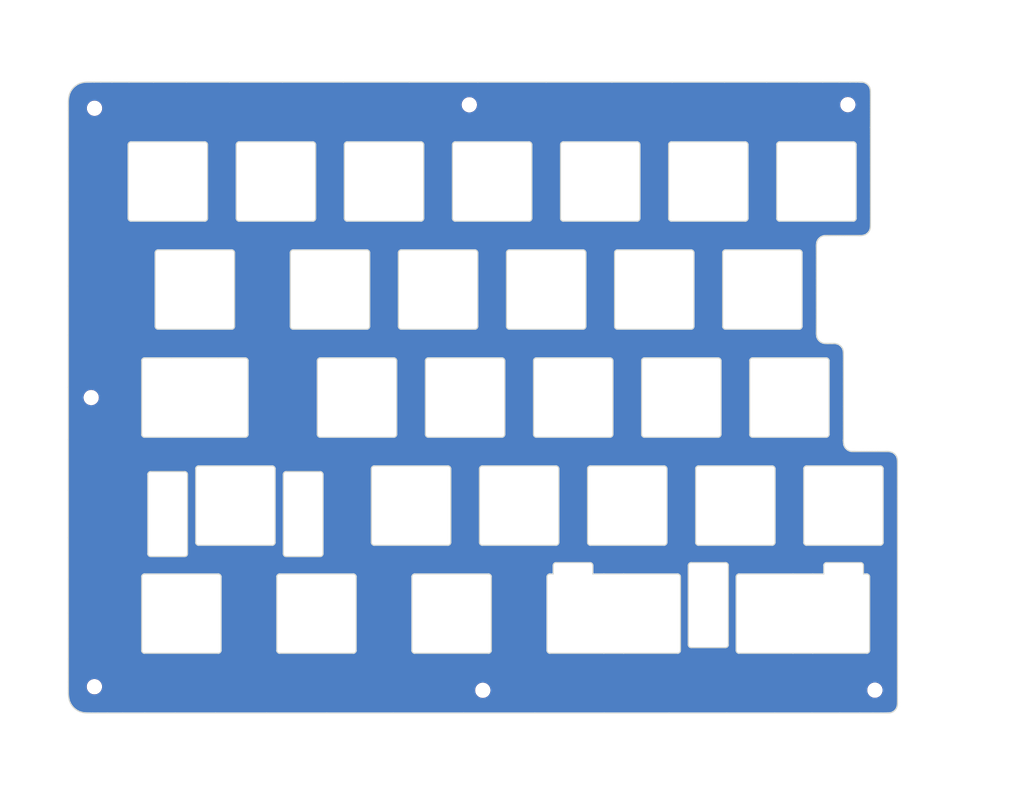
<source format=kicad_pcb>
(kicad_pcb (version 20221018) (generator pcbnew)
  (layers (0 "F.Cu" signal) (31 "B.Cu" signal) (34 "B.Paste" user) (35 "F.Paste" user) (36 "B.SilkS" user "B.Silkscreen") (37 "F.SilkS" user "F.Silkscreen") (38 "B.Mask" user) (39 "F.Mask" user) (44 "Edge.Cuts" user))
  (net 0 "")
  (footprint "Mounting_Holes:MountingHole_2.2mm_M2" (layer "F.Cu") (at 88.26 20.45)
    (fp_text reference "REF**" hide)
    (fp_text value "MountingHole_2.2mm_M2" hide)
    (pad "" np_thru_hole circle (at 0 0) (size 2.2 2.2) (drill 2.2) (layers "*.Cu" "*.Mask"))
  )
  (footprint "Mounting_Holes:MountingHole_2.2mm_M2" (layer "F.Cu") (at 22.21 21.06)
    (fp_text reference "REF**" hide)
    (fp_text value "MountingHole_2.2mm_M2" hide)
    (pad "" np_thru_hole circle (at 0 0) (size 2.2 2.2) (drill 2.2) (layers "*.Cu" "*.Mask"))
  )
  (footprint "Mounting_Holes:MountingHole_2.2mm_M2" (layer "F.Cu") (at 154.97 20.43)
    (fp_text reference "REF**" hide)
    (fp_text value "MountingHole_2.2mm_M2" hide)
    (pad "" np_thru_hole circle (at 0 0) (size 2.2 2.2) (drill 2.2) (layers "*.Cu" "*.Mask"))
  )
  (footprint "Mounting_Holes:MountingHole_2.2mm_M2" (layer "F.Cu") (at 159.74 123.68)
    (fp_text reference "REF**" hide)
    (fp_text value "MountingHole_2.2mm_M2" hide)
    (pad "" np_thru_hole circle (at 0 0) (size 2.2 2.2) (drill 2.2) (layers "*.Cu" "*.Mask"))
  )
  (footprint "Mounting_Holes:MountingHole_2.2mm_M2" (layer "F.Cu") (at 90.64 123.7)
    (fp_text reference "REF**" hide)
    (fp_text value "MountingHole_2.2mm_M2" hide)
    (pad "" np_thru_hole circle (at 0 0) (size 2.2 2.2) (drill 2.2) (layers "*.Cu" "*.Mask"))
  )
  (footprint "Mounting_Holes:MountingHole_2.2mm_M2" (layer "F.Cu") (at 22.19 123.07)
    (fp_text reference "REF**" hide)
    (fp_text value "MountingHole_2.2mm_M2" hide)
    (pad "" np_thru_hole circle (at 0 0) (size 2.2 2.2) (drill 2.2) (layers "*.Cu" "*.Mask"))
  )
  (footprint "Mounting_Holes:MountingHole_2.2mm_M2" (layer "F.Cu") (at 21.62 72.08)
    (fp_text reference "REF**" hide)
    (fp_text value "MountingHole_2.2mm_M2" hide)
    (pad "" np_thru_hole circle (at 0 0) (size 2.2 2.2) (drill 2.2) (layers "*.Cu" "*.Mask"))
  )
  (gr_curve (pts (xy 32.894876 46.527852) (xy 32.894876 46.25171) (xy 33.118734 46.027852) (xy 33.394876 46.027852)) (stroke (width 0.2)) (layer "Edge.Cuts"))
  (gr_curve (pts (xy 136.882375 40.977852) (xy 136.882375 40.977852) (xy 123.882375 40.977852) (xy 123.882375 40.977852)) (stroke (width 0.2)) (layer "Edge.Cuts"))
  (gr_curve (pts (xy 136.882375 26.977852) (xy 137.158518 26.977852) (xy 137.382375 27.20171) (xy 137.382375 27.477852)) (stroke (width 0.2)) (layer "Edge.Cuts"))
  (gr_line (start 156.864878 43.5) (end 156.950295 43.5) (stroke (width 0.2)) (layer "Edge.Cuts"))
  (gr_line (start 158.957751 25.69191) (end 158.957751 25.192319) (stroke (width 0.2)) (layer "Edge.Cuts"))
  (gr_line (start 158.754859 42.67675) (end 158.813478 42.558486) (stroke (width 0.2)) (layer "Edge.Cuts"))
  (gr_curve (pts (xy 156.432375 27.477852) (xy 156.432375 27.477852) (xy 156.432375 40.477852) (xy 156.432375 40.477852)) (stroke (width 0.2)) (layer "Edge.Cuts"))
  (gr_line (start 149.432514 46.438099) (end 149.432514 46.035262) (stroke (width 0.2)) (layer "Edge.Cuts"))
  (gr_line (start 149.944009 62.118686) (end 149.847887 62.021205) (stroke (width 0.2)) (layer "Edge.Cuts"))
  (gr_curve (pts (xy 91.638625 117.177853) (xy 91.638625 117.177853) (xy 78.638625 117.177853) (xy 78.638625 117.177853)) (stroke (width 0.2)) (layer "Edge.Cuts"))
  (gr_curve (pts (xy 70.207375 46.027852) (xy 70.483518 46.027852) (xy 70.707375 46.25171) (xy 70.707375 46.527852)) (stroke (width 0.2)) (layer "Edge.Cuts"))
  (gr_curve (pts (xy 127.350627 116.177852) (xy 127.350627 116.177852) (xy 127.414124 116.177852) (xy 127.414124 116.177852)) (stroke (width 0.2)) (layer "Edge.Cuts"))
  (gr_line (start 17.613708 124.439964) (end 17.62556 124.642143) (stroke (width 0.2)) (layer "Edge.Cuts"))
  (gr_curve (pts (xy 31.013636 79.077856) (xy 31.013636 79.077856) (xy 35.776136 79.077856) (xy 35.776136 79.077856)) (stroke (width 0.2)) (layer "Edge.Cuts"))
  (gr_line (start 163.208261 82.031315) (end 163.104722 81.942224) (stroke (width 0.2)) (layer "Edge.Cuts"))
  (gr_curve (pts (xy 42.132376 27.477852) (xy 42.132376 27.477852) (xy 42.132376 40.477852) (xy 42.132376 40.477852)) (stroke (width 0.2)) (layer "Edge.Cuts"))
  (gr_line (start 149.432514 47.724391) (end 149.432514 46.991924) (stroke (width 0.2)) (layer "Edge.Cuts"))
  (gr_line (start 17.607766 79.498554) (end 17.607766 88.446503) (stroke (width 0.2)) (layer "Edge.Cuts"))
  (gr_curve (pts (xy 80.232375 40.477852) (xy 80.232375 40.753995) (xy 80.008518 40.977852) (xy 79.732375 40.977852)) (stroke (width 0.2)) (layer "Edge.Cuts"))
  (gr_curve (pts (xy 109.538127 101.177849) (xy 109.814273 101.177849) (xy 110.038118 101.401716) (xy 110.038118 101.677862)) (stroke (width 0.2)) (layer "Edge.Cuts"))
  (gr_line (start 161.850825 81.6) (end 161.795291 81.6) (stroke (width 0.2)) (layer "Edge.Cuts"))
  (gr_curve (pts (xy 92.138625 103.677853) (xy 92.138625 103.677853) (xy 92.138625 116.677853) (xy 92.138625 116.677853)) (stroke (width 0.2)) (layer "Edge.Cuts"))
  (gr_line (start 149.561794 44.477222) (end 149.616725 44.35799) (stroke (width 0.2)) (layer "Edge.Cuts"))
  (gr_line (start 158.957751 21.922875) (end 158.957751 21.386918) (stroke (width 0.2)) (layer "Edge.Cuts"))
  (gr_curve (pts (xy 55.476626 99.627853) (xy 55.476626 99.627853) (xy 55.476626 85.627853) (xy 55.476626 85.627853)) (stroke (width 0.2)) (layer "Edge.Cuts"))
  (gr_curve (pts (xy 124.976116 117.177863) (xy 124.976116 117.177863) (xy 115.451116 117.177863) (xy 115.451116 117.177863)) (stroke (width 0.2)) (layer "Edge.Cuts"))
  (gr_curve (pts (xy 30.513626 103.677853) (xy 30.513626 103.40171) (xy 30.737484 103.177853) (xy 31.013626 103.177853)) (stroke (width 0.2)) (layer "Edge.Cuts"))
  (gr_line (start 149.432514 60.592449) (end 149.432514 60.475794) (stroke (width 0.2)) (layer "Edge.Cuts"))
  (gr_line (start 149.432514 59.048078) (end 149.432514 58.3126) (stroke (width 0.2)) (layer "Edge.Cuts"))
  (gr_curve (pts (xy 54.326126 116.677853) (xy 54.326126 116.677853) (xy 54.326126 103.677853) (xy 54.326126 103.677853)) (stroke (width 0.2)) (layer "Edge.Cuts"))
  (gr_line (start 18.496851 126.704981) (end 18.693984 126.894951) (stroke (width 0.2)) (layer "Edge.Cuts"))
  (gr_line (start 154.15736 63.851759) (end 154.131679 63.731984) (stroke (width 0.2)) (layer "Edge.Cuts"))
  (gr_line (start 158.957751 38.259261) (end 158.957751 37.050734) (stroke (width 0.2)) (layer "Edge.Cuts"))
  (gr_line (start 163.633294 126.601458) (end 163.66543 126.480286) (stroke (width 0.2)) (layer "Edge.Cuts"))
  (gr_curve (pts (xy 147.694875 98.127853) (xy 147.418733 98.127853) (xy 147.194875 97.903995) (xy 147.194875 97.627853)) (stroke (width 0.2)) (layer "Edge.Cuts"))
  (gr_line (start 55.331414 16.449993) (end 45.982565 16.449993) (stroke (width 0.2)) (layer "Edge.Cuts"))
  (gr_line (start 156.092521 43.5) (end 156.372913 43.5) (stroke (width 0.2)) (layer "Edge.Cuts"))
  (gr_line (start 19.84282 127.538435) (end 20.084714 127.599645) (stroke (width 0.2)) (layer "Edge.Cuts"))
  (gr_line (start 19.599953 127.45634) (end 19.84282 127.538435) (stroke (width 0.2)) (layer "Edge.Cuts"))
  (gr_line (start 149.432514 46.991924) (end 149.432514 46.438099) (stroke (width 0.2)) (layer "Edge.Cuts"))
  (gr_line (start 158.957751 20.342769) (end 158.957751 19.875662) (stroke (width 0.2)) (layer "Edge.Cuts"))
  (gr_curve (pts (xy 158.813629 103.677869) (xy 158.813629 103.677869) (xy 158.813629 116.67785) (xy 158.813629 116.67785)) (stroke (width 0.2)) (layer "Edge.Cuts"))
  (gr_line (start 17.607766 37.56201) (end 17.607766 44.397201) (stroke (width 0.2)) (layer "Edge.Cuts"))
  (gr_line (start 149.432514 56.257218) (end 149.432514 55.011338) (stroke (width 0.2)) (layer "Edge.Cuts"))
  (gr_line (start 162.282802 127.682257) (end 162.397745 127.665909) (stroke (width 0.2)) (layer "Edge.Cuts"))
  (gr_curve (pts (xy 70.707375 46.527852) (xy 70.707375 46.527852) (xy 70.707375 59.527852) (xy 70.707375 59.527852)) (stroke (width 0.2)) (layer "Edge.Cuts"))
  (gr_curve (pts (xy 113.569875 65.577852) (xy 113.569875 65.577852) (xy 113.569875 78.577853) (xy 113.569875 78.577853)) (stroke (width 0.2)) (layer "Edge.Cuts"))
  (gr_curve (pts (xy 60.682376 40.977852) (xy 60.682376 40.977852) (xy 47.682376 40.977852) (xy 47.682376 40.977852)) (stroke (width 0.2)) (layer "Edge.Cuts"))
  (gr_line (start 20.411033 16.494172) (end 20.177967 16.531433) (stroke (width 0.2)) (layer "Edge.Cuts"))
  (gr_curve (pts (xy 103.538127 101.177849) (xy 103.538127 101.177849) (xy 109.538127 101.177849) (xy 109.538127 101.177849)) (stroke (width 0.2)) (layer "Edge.Cuts"))
  (gr_curve (pts (xy 57.207376 46.027852) (xy 57.207376 46.027852) (xy 70.207375 46.027852) (xy 70.207375 46.027852)) (stroke (width 0.2)) (layer "Edge.Cuts"))
  (gr_line (start 149.432514 60.668304) (end 149.432514 60.592449) (stroke (width 0.2)) (layer "Edge.Cuts"))
  (gr_line (start 149.432514 46.035262) (end 149.432514 45.755757) (stroke (width 0.2)) (layer "Edge.Cuts"))
  (gr_line (start 158.957751 22.919841) (end 158.957751 22.440697) (stroke (width 0.2)) (layer "Edge.Cuts"))
  (gr_curve (pts (xy 48.776139 65.077849) (xy 48.776139 65.077849) (xy 44.013639 65.077849) (xy 44.013639 65.077849)) (stroke (width 0.2)) (layer "Edge.Cuts"))
  (gr_curve (pts (xy 132.907375 46.527852) (xy 132.907375 46.25171) (xy 133.131233 46.027852) (xy 133.407375 46.027852)) (stroke (width 0.2)) (layer "Edge.Cuts"))
  (gr_line (start 20.321139 127.643035) (end 20.547596 127.671671) (stroke (width 0.2)) (layer "Edge.Cuts"))
  (gr_line (start 155.737877 43.5) (end 156.092521 43.5) (stroke (width 0.2)) (layer "Edge.Cuts"))
  (gr_line (start 163.719756 113.74359) (end 163.719756 110.262942) (stroke (width 0.2)) (layer "Edge.Cuts"))
  (gr_curve (pts (xy 75.469875 78.577853) (xy 75.469875 78.853995) (xy 75.246018 79.077853) (xy 74.969875 79.077853)) (stroke (width 0.2)) (layer "Edge.Cuts"))
  (gr_line (start 162.399581 81.634391) (end 162.284553 81.617932) (stroke (width 0.2)) (layer "Edge.Cuts"))
  (gr_line (start 151.357861 43.5) (end 151.419046 43.5) (stroke (width 0.2)) (layer "Edge.Cuts"))
  (gr_curve (pts (xy 56.707376 59.527852) (xy 56.707376 59.527852) (xy 56.707376 46.527852) (xy 56.707376 46.527852)) (stroke (width 0.2)) (layer "Edge.Cuts"))
  (gr_line (start 154.550536 81.001586) (end 154.469439 80.892703) (stroke (width 0.2)) (layer "Edge.Cuts"))
  (gr_curve (pts (xy 30.513623 78.577843) (xy 30.513623 78.853989) (xy 30.73749 79.077856) (xy 31.013636 79.077856)) (stroke (width 0.2)) (layer "Edge.Cuts"))
  (gr_line (start 154.194993 68.459445) (end 154.194993 67.395347) (stroke (width 0.2)) (layer "Edge.Cuts"))
  (gr_curve (pts (xy 33.394876 46.027852) (xy 33.394876 46.027852) (xy 46.394876 46.027852) (xy 46.394876 46.027852)) (stroke (width 0.2)) (layer "Edge.Cuts"))
  (gr_line (start 158.957751 40.588404) (end 158.957751 40.01561) (stroke (width 0.2)) (layer "Edge.Cuts"))
  (gr_curve (pts (xy 115.451116 117.177863) (xy 115.451116 117.177863) (xy 111.976135 117.177863) (xy 111.976135 117.177863)) (stroke (width 0.2)) (layer "Edge.Cuts"))
  (gr_curve (pts (xy 44.013626 117.177853) (xy 44.013626 117.177853) (xy 31.013626 117.177853) (xy 31.013626 117.177853)) (stroke (width 0.2)) (layer "Edge.Cuts"))
  (gr_line (start 154.194993 65.850963) (end 154.194993 65.347293) (stroke (width 0.2)) (layer "Edge.Cuts"))
  (gr_line (start 163.719756 83.892509) (end 163.719756 83.623738) (stroke (width 0.2)) (layer "Edge.Cuts"))
  (gr_curve (pts (xy 122.594875 84.127853) (xy 122.871018 84.127853) (xy 123.094875 84.35171) (xy 123.094875 84.627853)) (stroke (width 0.2)) (layer "Edge.Cuts"))
  (gr_line (start 152.114175 62.55) (end 152.074908 62.55) (stroke (width 0.2)) (layer "Edge.Cuts"))
  (gr_line (start 158.920451 42.196396) (end 158.937922 42.080631) (stroke (width 0.2)) (layer "Edge.Cuts"))
  (gr_line (start 158.957751 41.456636) (end 158.957751 41.277838) (stroke (width 0.2)) (layer "Edge.Cuts"))
  (gr_line (start 45.982565 16.449993) (end 38.413716 16.449993) (stroke (width 0.2)) (layer "Edge.Cuts"))
  (gr_line (start 150.635266 43.558258) (end 150.754525 43.534077) (stroke (width 0.2)) (layer "Edge.Cuts"))
  (gr_line (start 163.719756 102.793769) (end 163.719756 99.09353) (stroke (width 0.2)) (layer "Edge.Cuts"))
  (gr_curve (pts (xy 47.182376 40.477852) (xy 47.182376 40.477852) (xy 47.182376 27.477852) (xy 47.182376 27.477852)) (stroke (width 0.2)) (layer "Edge.Cuts"))
  (gr_line (start 162.878264 127.507057) (end 162.993182 127.438448) (stroke (width 0.2)) (layer "Edge.Cuts"))
  (gr_line (start 154.194993 79.656559) (end 154.194993 79.631496) (stroke (width 0.2)) (layer "Edge.Cuts"))
  (gr_curve (pts (xy 46.894876 59.527852) (xy 46.894876 59.803995) (xy 46.671019 60.027852) (xy 46.394876 60.027852)) (stroke (width 0.2)) (layer "Edge.Cuts"))
  (gr_curve (pts (xy 151.669875 65.577852) (xy 151.669875 65.577852) (xy 151.669875 78.577853) (xy 151.669875 78.577853)) (stroke (width 0.2)) (layer "Edge.Cuts"))
  (gr_line (start 163.719756 83.623738) (end 163.719756 83.490551) (stroke (width 0.2)) (layer "Edge.Cuts"))
  (gr_line (start 151.836718 62.55) (end 151.768453 62.55) (stroke (width 0.2)) (layer "Edge.Cuts"))
  (gr_curve (pts (xy 94.807375 46.527852) (xy 94.807375 46.25171) (xy 95.031233 46.027852) (xy 95.307375 46.027852)) (stroke (width 0.2)) (layer "Edge.Cuts"))
  (gr_curve (pts (xy 94.807375 59.527852) (xy 94.807375 59.527852) (xy 94.807375 46.527852) (xy 94.807375 46.527852)) (stroke (width 0.2)) (layer "Edge.Cuts"))
  (gr_line (start 158.95478 41.86999) (end 158.957233 41.779612) (stroke (width 0.2)) (layer "Edge.Cuts"))
  (gr_line (start 163.304383 82.128796) (end 163.208261 82.031315) (stroke (width 0.2)) (layer "Edge.Cuts"))
  (gr_line (start 163.719535 83.346079) (end 163.717852 83.25951) (stroke (width 0.2)) (layer "Edge.Cuts"))
  (gr_curve (pts (xy 109.094875 97.627853) (xy 109.094875 97.627853) (xy 109.094875 84.627853) (xy 109.094875 84.627853)) (stroke (width 0.2)) (layer "Edge.Cuts"))
  (gr_curve (pts (xy 135.288622 103.677869) (xy 135.288622 103.401723) (xy 135.512489 103.177856) (xy 135.788635 103.177856)) (stroke (width 0.2)) (layer "Edge.Cuts"))
  (gr_line (start 158.796492 17.354186) (end 158.734076 17.237063) (stroke (width 0.2)) (layer "Edge.Cuts"))
  (gr_line (start 161.534904 127.699986) (end 161.822814 127.699986) (stroke (width 0.2)) (layer "Edge.Cuts"))
  (gr_line (start 149.683727 44.242456) (end 149.761652 44.131806) (stroke (width 0.2)) (layer "Edge.Cuts"))
  (gr_line (start 158.885029 17.595994) (end 158.846566 17.474473) (stroke (width 0.2)) (layer "Edge.Cuts"))
  (gr_line (start 151.768453 62.55) (end 151.701921 62.55) (stroke (width 0.2)) (layer "Edge.Cuts"))
  (gr_curve (pts (xy 155.932375 40.977852) (xy 155.932375 40.977852) (xy 142.932375 40.977852) (xy 142.932375 40.977852)) (stroke (width 0.2)) (layer "Edge.Cuts"))
  (gr_line (start 158.957751 24.461804) (end 158.957751 24.450198) (stroke (width 0.2)) (layer "Edge.Cuts"))
  (gr_line (start 149.518396 61.449572) (end 149.486415 61.328421) (stroke (width 0.2)) (layer "Edge.Cuts"))
  (gr_line (start 158.957751 23.681706) (end 158.957751 23.339763) (stroke (width 0.2)) (layer "Edge.Cuts"))
  (gr_curve (pts (xy 54.826126 103.177853) (xy 54.826126 103.177853) (xy 67.826125 103.177853) (xy 67.826125 103.177853)) (stroke (width 0.2)) (layer "Edge.Cuts"))
  (gr_line (start 28.296913 16.449993) (end 25.279203 16.449993) (stroke (width 0.2)) (layer "Edge.Cuts"))
  (gr_line (start 22.815222 127.699986) (end 24.497398 127.699986) (stroke (width 0.2)) (layer "Edge.Cuts"))
  (gr_curve (pts (xy 108.807375 59.527852) (xy 108.807375 59.803995) (xy 108.583518 60.027852) (xy 108.307375 60.027852)) (stroke (width 0.2)) (layer "Edge.Cuts"))
  (gr_line (start 87.247814 127.699986) (end 99.793337 127.699986) (stroke (width 0.2)) (layer "Edge.Cuts"))
  (gr_line (start 155.666626 81.586016) (end 155.553493 81.571801) (stroke (width 0.2)) (layer "Edge.Cuts"))
  (gr_curve (pts (xy 146.407375 60.027852) (xy 146.407375 60.027852) (xy 133.407375 60.027852) (xy 133.407375 60.027852)) (stroke (width 0.2)) (layer "Edge.Cuts"))
  (gr_line (start 151.75 43.5) (end 151.947283 43.5) (stroke (width 0.2)) (layer "Edge.Cuts"))
  (gr_line (start 158.957751 21.386918) (end 158.957751 20.853368) (stroke (width 0.2)) (layer "Edge.Cuts"))
  (gr_line (start 151.385696 62.55) (end 151.348022 62.55) (stroke (width 0.2)) (layer "Edge.Cuts"))
  (gr_line (start 18.991049 17.020472) (end 18.774948 17.185449) (stroke (width 0.2)) (layer "Edge.Cuts"))
  (gr_line (start 153.392088 43.5) (end 153.874547 43.5) (stroke (width 0.2)) (layer "Edge.Cuts"))
  (gr_curve (pts (xy 61.969876 65.077852) (xy 61.969876 65.077852) (xy 74.969875 65.077852) (xy 74.969875 65.077852)) (stroke (width 0.2)) (layer "Edge.Cuts"))
  (gr_line (start 158.576272 17.017267) (end 158.483234 16.916943) (stroke (width 0.2)) (layer "Edge.Cuts"))
  (gr_line (start 158.846566 17.474473) (end 158.796492 17.354186) (stroke (width 0.2)) (layer "Edge.Cuts"))
  (gr_line (start 157.105921 16.449993) (end 156.929129 16.449993) (stroke (width 0.2)) (layer "Edge.Cuts"))
  (gr_line (start 158.957751 18.714857) (end 158.957751 18.578767) (stroke (width 0.2)) (layer "Edge.Cuts"))
  (gr_line (start 158.813478 42.558486) (end 158.859762 42.437573) (stroke (width 0.2)) (layer "Edge.Cuts"))
  (gr_line (start 151.444387 62.55) (end 151.416752 62.55) (stroke (width 0.2)) (layer "Edge.Cuts"))
  (gr_line (start 23.307971 16.449993) (end 22.14773 16.449993) (stroke (width 0.2)) (layer "Edge.Cuts"))
  (gr_line (start 154.194993 77.888462) (end 154.194993 77.091667) (stroke (width 0.2)) (layer "Edge.Cuts"))
  (gr_line (start 20.177967 16.531433) (end 19.937674 16.585317) (stroke (width 0.2)) (layer "Edge.Cuts"))
  (gr_line (start 158.953373 18.049459) (end 158.946047 17.945484) (stroke (width 0.2)) (layer "Edge.Cuts"))
  (gr_curve (pts (xy 80.232375 27.477852) (xy 80.232375 27.477852) (xy 80.232375 40.477852) (xy 80.232375 40.477852)) (stroke (width 0.2)) (layer "Edge.Cuts"))
  (gr_line (start 163.719756 121.525239) (end 163.719756 119.477586) (stroke (width 0.2)) (layer "Edge.Cuts"))
  (gr_line (start 158.957751 19.149608) (end 158.957751 18.901084) (stroke (width 0.2)) (layer "Edge.Cuts"))
  (gr_curve (pts (xy 147.694875 84.127853) (xy 147.694875 84.127853) (xy 160.694875 84.127853) (xy 160.694875 84.127853)) (stroke (width 0.2)) (layer "Edge.Cuts"))
  (gr_line (start 156.138318 81.6) (end 156.082239 81.6) (stroke (width 0.2)) (layer "Edge.Cuts"))
  (gr_curve (pts (xy 70.207375 60.027852) (xy 70.207375 60.027852) (xy 57.207376 60.027852) (xy 57.207376 60.027852)) (stroke (width 0.2)) (layer "Edge.Cuts"))
  (gr_line (start 158.957751 24.442223) (end 158.957751 24.417917) (stroke (width 0.2)) (layer "Edge.Cuts"))
  (gr_line (start 157.350555 16.453985) (end 157.257465 16.450856) (stroke (width 0.2)) (layer "Edge.Cuts"))
  (gr_line (start 158.957751 24.512631) (end 158.957751 24.461804) (stroke (width 0.2)) (layer "Edge.Cuts"))
  (gr_curve (pts (xy 85.782375 40.977852) (xy 85.506233 40.977852) (xy 85.282375 40.753995) (xy 85.282375 40.477852)) (stroke (width 0.2)) (layer "Edge.Cuts"))
  (gr_line (start 158.957751 35.678481) (end 158.957751 34.200877) (stroke (width 0.2)) (layer "Edge.Cuts"))
  (gr_line (start 133.242025 16.449993) (end 124.01989 16.449993) (stroke (width 0.2)) (layer "Edge.Cuts"))
  (gr_line (start 158.948854 41.971079) (end 158.95478 41.86999) (stroke (width 0.2)) (layer "Edge.Cuts"))
  (gr_line (start 162.284553 81.617932) (end 162.176055 81.607797) (stroke (width 0.2)) (layer "Edge.Cuts"))
  (gr_curve (pts (xy 108.807375 46.527852) (xy 108.807375 46.527852) (xy 108.807375 59.527852) (xy 108.807375 59.527852)) (stroke (width 0.2)) (layer "Edge.Cuts"))
  (gr_line (start 149.432514 51.018471) (end 149.432514 49.7742) (stroke (width 0.2)) (layer "Edge.Cuts"))
  (gr_line (start 18.693984 126.894951) (end 18.905216 127.067407) (stroke (width 0.2)) (layer "Edge.Cuts"))
  (gr_line (start 163.302944 127.172772) (end 163.390618 127.06818) (stroke (width 0.2)) (layer "Edge.Cuts"))
  (gr_line (start 150.976214 62.542204) (end 150.867717 62.532068) (stroke (width 0.2)) (layer "Edge.Cuts"))
  (gr_curve (pts (xy 53.538626 98.127853) (xy 53.538626 98.127853) (xy 40.538626 98.127853) (xy 40.538626 98.127853)) (stroke (width 0.2)) (layer "Edge.Cuts"))
  (gr_line (start 154.194993 79.692289) (end 154.194993 79.656559) (stroke (width 0.2)) (layer "Edge.Cuts"))
  (gr_line (start 77.682099 16.449993) (end 66.052396 16.449993) (stroke (width 0.2)) (layer "Edge.Cuts"))
  (gr_line (start 163.719756 110.262942) (end 163.719756 106.564954) (stroke (width 0.2)) (layer "Edge.Cuts"))
  (gr_curve (pts (xy 117.832375 40.977852) (xy 117.832375 40.977852) (xy 104.832375 40.977852) (xy 104.832375 40.977852)) (stroke (width 0.2)) (layer "Edge.Cuts"))
  (gr_line (start 161.987646 81.600364) (end 161.912232 81.600001) (stroke (width 0.2)) (layer "Edge.Cuts"))
  (gr_curve (pts (xy 38.600626 99.627853) (xy 38.600626 99.903995) (xy 38.376769 100.127853) (xy 38.100626 100.127853)) (stroke (width 0.2)) (layer "Edge.Cuts"))
  (gr_curve (pts (xy 132.907375 59.527852) (xy 132.907375 59.527852) (xy 132.907375 46.527852) (xy 132.907375 46.527852)) (stroke (width 0.2)) (layer "Edge.Cuts"))
  (gr_curve (pts (xy 109.094875 84.627853) (xy 109.094875 84.35171) (xy 109.318733 84.127853) (xy 109.594875 84.127853)) (stroke (width 0.2)) (layer "Edge.Cuts"))
  (gr_line (start 156.747742 43.5) (end 156.864878 43.5) (stroke (width 0.2)) (layer "Edge.Cuts"))
  (gr_curve (pts (xy 122.594875 98.127853) (xy 122.594875 98.127853) (xy 109.594875 98.127853) (xy 109.594875 98.127853)) (stroke (width 0.2)) (layer "Edge.Cuts"))
  (gr_line (start 112.027793 127.699986) (end 123.471469 127.699986) (stroke (width 0.2)) (layer "Edge.Cuts"))
  (gr_line (start 158.913408 17.716502) (end 158.885029 17.595994) (stroke (width 0.2)) (layer "Edge.Cuts"))
  (gr_curve (pts (xy 53.538626 84.127853) (xy 53.814769 84.127853) (xy 54.038626 84.35171) (xy 54.038626 84.627853)) (stroke (width 0.2)) (layer "Edge.Cuts"))
  (gr_curve (pts (xy 156.432375 40.477852) (xy 156.432375 40.753995) (xy 156.208518 40.977852) (xy 155.932375 40.977852)) (stroke (width 0.2)) (layer "Edge.Cuts"))
  (gr_line (start 158.734076 17.237063) (end 158.660278 17.124365) (stroke (width 0.2)) (layer "Edge.Cuts"))
  (gr_line (start 149.448297 61.095622) (end 149.439094 60.988474) (stroke (width 0.2)) (layer "Edge.Cuts"))
  (gr_line (start 19.694651 16.658889) (end 19.453398 16.755215) (stroke (width 0.2)) (layer "Edge.Cuts"))
  (gr_line (start 18.774948 17.185449) (end 18.572028 17.368857) (stroke (width 0.2)) (layer "Edge.Cuts"))
  (gr_curve (pts (xy 28.632376 40.977852) (xy 28.356234 40.977852) (xy 28.132376 40.753995) (xy 28.132376 40.477852)) (stroke (width 0.2)) (layer "Edge.Cuts"))
  (gr_line (start 36.450247 127.699986) (end 43.54877 127.699986) (stroke (width 0.2)) (layer "Edge.Cuts"))
  (gr_curve (pts (xy 132.619875 78.577853) (xy 132.619875 78.853995) (xy 132.396018 79.077853) (xy 132.119875 79.077853)) (stroke (width 0.2)) (layer "Edge.Cuts"))
  (gr_line (start 154.194993 76.092382) (end 154.194993 74.929254) (stroke (width 0.2)) (layer "Edge.Cuts"))
  (gr_curve (pts (xy 99.282375 40.477852) (xy 99.282375 40.753995) (xy 99.058518 40.977852) (xy 98.782375 40.977852)) (stroke (width 0.2)) (layer "Edge.Cuts"))
  (gr_line (start 160.218288 81.6) (end 159.767689 81.6) (stroke (width 0.2)) (layer "Edge.Cuts"))
  (gr_curve (pts (xy 103.544875 84.127853) (xy 103.821018 84.127853) (xy 104.044875 84.35171) (xy 104.044875 84.627853)) (stroke (width 0.2)) (layer "Edge.Cuts"))
  (gr_curve (pts (xy 44.513626 103.677853) (xy 44.513626 103.677853) (xy 44.513626 116.677853) (xy 44.513626 116.677853)) (stroke (width 0.2)) (layer "Edge.Cuts"))
  (gr_curve (pts (xy 89.257375 46.027852) (xy 89.533518 46.027852) (xy 89.757375 46.25171) (xy 89.757375 46.527852)) (stroke (width 0.2)) (layer "Edge.Cuts"))
  (gr_line (start 163.719756 125.882023) (end 163.719756 125.810834) (stroke (width 0.2)) (layer "Edge.Cuts"))
  (gr_line (start 113.389418 16.449993) (end 101.814021 16.449993) (stroke (width 0.2)) (layer "Edge.Cuts"))
  (gr_line (start 154.194987 64.346707) (end 154.194455 64.26907) (stroke (width 0.2)) (layer "Edge.Cuts"))
  (gr_curve (pts (xy 95.307375 46.027852) (xy 95.307375 46.027852) (xy 108.307375 46.027852) (xy 108.307375 46.027852)) (stroke (width 0.2)) (layer "Edge.Cuts"))
  (gr_curve (pts (xy 108.307375 60.027852) (xy 108.307375 60.027852) (xy 95.307375 60.027852) (xy 95.307375 60.027852)) (stroke (width 0.2)) (layer "Edge.Cuts"))
  (gr_line (start 17.607766 61.102773) (end 17.607766 70.266141) (stroke (width 0.2)) (layer "Edge.Cuts"))
  (gr_line (start 27.168201 127.699986) (end 31.071271 127.699986) (stroke (width 0.2)) (layer "Edge.Cuts"))
  (gr_curve (pts (xy 100.069875 65.077852) (xy 100.069875 65.077852) (xy 113.069875 65.077852) (xy 113.069875 65.077852)) (stroke (width 0.2)) (layer "Edge.Cuts"))
  (gr_line (start 162.880092 81.793912) (end 162.761354 81.737035) (stroke (width 0.2)) (layer "Edge.Cuts"))
  (gr_curve (pts (xy 99.282375 27.477852) (xy 99.282375 27.477852) (xy 99.282375 40.477852) (xy 99.282375 40.477852)) (stroke (width 0.2)) (layer "Edge.Cuts"))
  (gr_line (start 152.266197 62.55) (end 152.231047 62.55) (stroke (width 0.2)) (layer "Edge.Cuts"))
  (gr_curve (pts (xy 145.313635 117.177863) (xy 145.313635 117.177863) (xy 135.788635 117.177863) (xy 135.788635 117.177863)) (stroke (width 0.2)) (layer "Edge.Cuts"))
  (gr_curve (pts (xy 127.857375 59.527852) (xy 127.857375 59.803995) (xy 127.633518 60.027852) (xy 127.357375 60.027852)) (stroke (width 0.2)) (layer "Edge.Cuts"))
  (gr_curve (pts (xy 113.069875 65.077852) (xy 113.346018 65.077852) (xy 113.569875 65.30171) (xy 113.569875 65.577852)) (stroke (width 0.2)) (layer "Edge.Cuts"))
  (gr_curve (pts (xy 61.469876 78.577853) (xy 61.469876 78.577853) (xy 61.469876 65.577852) (xy 61.469876 65.577852)) (stroke (width 0.2)) (layer "Edge.Cuts"))
  (gr_curve (pts (xy 128.144875 84.627853) (xy 128.144875 84.35171) (xy 128.368733 84.127853) (xy 128.644875 84.127853)) (stroke (width 0.2)) (layer "Edge.Cuts"))
  (gr_line (start 162.63833 127.608184) (end 162.759475 127.563741) (stroke (width 0.2)) (layer "Edge.Cuts"))
  (gr_curve (pts (xy 40.038626 84.627853) (xy 40.038626 84.35171) (xy 40.262484 84.127853) (xy 40.538626 84.127853)) (stroke (width 0.2)) (layer "Edge.Cuts"))
  (gr_line (start 19.128197 127.219999) (end 19.360579 127.350377) (stroke (width 0.2)) (layer "Edge.Cuts"))
  (gr_line (start 153.544568 62.865018) (end 153.432994 62.788887) (stroke (width 0.2)) (layer "Edge.Cuts"))
  (gr_line (start 157.38184 43.494317) (end 157.487836 43.485843) (stroke (width 0.2)) (layer "Edge.Cuts"))
  (gr_curve (pts (xy 157.726615 101.677862) (xy 157.726615 101.677862) (xy 157.726615 103.177856) (xy 157.726615 103.177856)) (stroke (width 0.2)) (layer "Edge.Cuts"))
  (gr_line (start 17.73345 125.332238) (end 17.803744 125.57513) (stroke (width 0.2)) (layer "Edge.Cuts"))
  (gr_line (start 153.874547 43.5) (end 154.369273 43.5) (stroke (width 0.2)) (layer "Edge.Cuts"))
  (gr_curve (pts (xy 54.038626 97.627853) (xy 54.038626 97.903995) (xy 53.814769 98.127853) (xy 53.538626 98.127853)) (stroke (width 0.2)) (layer "Edge.Cuts"))
  (gr_curve (pts (xy 150.726633 103.177856) (xy 150.726633 103.177856) (xy 150.726633 101.677862) (xy 150.726633 101.677862)) (stroke (width 0.2)) (layer "Edge.Cuts"))
  (gr_line (start 17.608801 124.259209) (end 17.613708 124.439964) (stroke (width 0.2)) (layer "Edge.Cuts"))
  (gr_line (start 151.968007 62.55) (end 151.904107 62.55) (stroke (width 0.2)) (layer "Edge.Cuts"))
  (gr_curve (pts (xy 104.832375 26.977852) (xy 104.832375 26.977852) (xy 117.832375 26.977852) (xy 117.832375 26.977852)) (stroke (width 0.2)) (layer "Edge.Cuts"))
  (gr_curve (pts (xy 84.994875 97.627853) (xy 84.994875 97.903995) (xy 84.771018 98.127853) (xy 84.494875 98.127853)) (stroke (width 0.2)) (layer "Edge.Cuts"))
  (gr_line (start 154.131679 63.731984) (end 154.09637 63.610529) (stroke (width 0.2)) (layer "Edge.Cuts"))
  (gr_line (start 149.432514 59.604481) (end 149.432514 59.048078) (stroke (width 0.2)) (layer "Edge.Cuts"))
  (gr_curve (pts (xy 84.494875 84.127853) (xy 84.771018 84.127853) (xy 84.994875 84.35171) (xy 84.994875 84.627853)) (stroke (width 0.2)) (layer "Edge.Cuts"))
  (gr_line (start 158.197535 43.260007) (end 158.309026 43.183711) (stroke (width 0.2)) (layer "Edge.Cuts"))
  (gr_line (start 148.641636 127.699986) (end 153.55328 127.699986) (stroke (width 0.2)) (layer "Edge.Cuts"))
  (gr_curve (pts (xy 127.350627 101.177864) (xy 127.074481 101.177864) (xy 126.850636 101.401709) (xy 126.850636 101.677855)) (stroke (width 0.2)) (layer "Edge.Cuts"))
  (gr_line (start 152.365989 62.55) (end 152.310112 62.55) (stroke (width 0.2)) (layer "Edge.Cuts"))
  (gr_curve (pts (xy 133.350627 116.177852) (xy 133.350627 116.177852) (xy 133.414124 116.177852) (xy 133.414124 116.177852)) (stroke (width 0.2)) (layer "Edge.Cuts"))
  (gr_line (start 150.157329 62.287302) (end 150.047548 62.207776) (stroke (width 0.2)) (layer "Edge.Cuts"))
  (gr_line (start 17.63274 19.424016) (end 17.617342 19.633341) (stroke (width 0.2)) (layer "Edge.Cuts"))
  (gr_line (start 161.656458 81.6) (end 161.550461 81.6) (stroke (width 0.2)) (layer "Edge.Cuts"))
  (gr_line (start 154.194993 79.437206) (end 154.194993 79.244257) (stroke (width 0.2)) (layer "Edge.Cuts"))
  (gr_line (start 157.681936 16.492499) (end 157.565039 16.473274) (stroke (width 0.2)) (layer "Edge.Cuts"))
  (gr_line (start 20.547596 127.671671) (end 20.759588 127.688618) (stroke (width 0.2)) (layer "Edge.Cuts"))
  (gr_line (start 154.198026 79.971493) (end 154.19553 79.88093) (stroke (width 0.2)) (layer "Edge.Cuts"))
  (gr_line (start 162.761354 81.737035) (end 162.64023 81.692409) (stroke (width 0.2)) (layer "Edge.Cuts"))
  (gr_line (start 156.082239 81.6) (end 156.024007 81.6) (stroke (width 0.2)) (layer "Edge.Cuts"))
  (gr_line (start 150.049218 43.840905) (end 150.159088 43.761538) (stroke (width 0.2)) (layer "Edge.Cuts"))
  (gr_line (start 163.719756 83.490551) (end 163.719756 83.418986) (stroke (width 0.2)) (layer "Edge.Cuts"))
  (gr_curve (pts (xy 137.382375 27.477852) (xy 137.382375 27.477852) (xy 137.382375 40.477852) (xy 137.382375 40.477852)) (stroke (width 0.2)) (layer "Edge.Cuts"))
  (gr_curve (pts (xy 150.726633 101.677862) (xy 150.726633 101.401716) (xy 150.950478 101.177849) (xy 151.226624 101.177849)) (stroke (width 0.2)) (layer "Edge.Cuts"))
  (gr_line (start 17.607766 123.967746) (end 17.607775 124.104375) (stroke (width 0.2)) (layer "Edge.Cuts"))
  (gr_line (start 154.194993 79.601392) (end 154.194993 79.600083) (stroke (width 0.2)) (layer "Edge.Cuts"))
  (gr_curve (pts (xy 127.414124 101.177864) (xy 127.414124 101.177864) (xy 127.350627 101.177864) (xy 127.350627 101.177864)) (stroke (width 0.2)) (layer "Edge.Cuts"))
  (gr_line (start 21.181074 16.450032) (end 21.021893 16.451462) (stroke (width 0.2)) (layer "Edge.Cuts"))
  (gr_line (start 163.665855 82.82158) (end 163.633874 82.700429) (stroke (width 0.2)) (layer "Edge.Cuts"))
  (gr_line (start 163.688416 126.361498) (end 163.703785 126.247343) (stroke (width 0.2)) (layer "Edge.Cuts"))
  (gr_curve (pts (xy 113.069875 79.077853) (xy 113.069875 79.077853) (xy 100.069875 79.077853) (xy 100.069875 79.077853)) (stroke (width 0.2)) (layer "Edge.Cuts"))
  (gr_line (start 157.129724 43.5) (end 157.200542 43.499863) (stroke (width 0.2)) (layer "Edge.Cuts"))
  (gr_curve (pts (xy 114.357375 46.027852) (xy 114.357375 46.027852) (xy 127.357375 46.027852) (xy 127.357375 46.027852)) (stroke (width 0.2)) (layer "Edge.Cuts"))
  (gr_line (start 155.772491 81.594411) (end 155.666626 81.586016) (stroke (width 0.2)) (layer "Edge.Cuts"))
  (gr_line (start 151.701921 62.55) (end 151.639733 62.55) (stroke (width 0.2)) (layer "Edge.Cuts"))
  (gr_line (start 17.682366 125.092777) (end 17.73345 125.332238) (stroke (width 0.2)) (layer "Edge.Cuts"))
  (gr_line (start 149.561035 61.570893) (end 149.518396 61.449572) (stroke (width 0.2)) (layer "Edge.Cuts"))
  (gr_line (start 158.044256 16.60689) (end 157.923793 16.557775) (stroke (width 0.2)) (layer "Edge.Cuts"))
  (gr_line (start 154.232626 80.298242) (end 154.215041 80.182397) (stroke (width 0.2)) (layer "Edge.Cuts"))
  (gr_line (start 154.194993 79.631496) (end 154.194993 79.615208) (stroke (width 0.2)) (layer "Edge.Cuts"))
  (gr_curve (pts (xy 127.414124 116.177852) (xy 127.414124 116.177852) (xy 133.350627 116.177852) (xy 133.350627 116.177852)) (stroke (width 0.2)) (layer "Edge.Cuts"))
  (gr_line (start 18.316168 126.499847) (end 18.496851 126.704981) (stroke (width 0.2)) (layer "Edge.Cuts"))
  (gr_line (start 158.957751 19.472591) (end 158.957751 19.149608) (stroke (width 0.2)) (layer "Edge.Cuts"))
  (gr_curve (pts (xy 133.407375 60.027852) (xy 133.131233 60.027852) (xy 132.907375 59.803995) (xy 132.907375 59.527852)) (stroke (width 0.2)) (layer "Edge.Cuts"))
  (gr_curve (pts (xy 94.519875 78.577853) (xy 94.519875 78.853995) (xy 94.296018 79.077853) (xy 94.019875 79.077853)) (stroke (width 0.2)) (layer "Edge.Cuts"))
  (gr_line (start 19.360579 127.350377) (end 19.599953 127.45634) (stroke (width 0.2)) (layer "Edge.Cuts"))
  (gr_curve (pts (xy 91.638625 103.177853) (xy 91.914768 103.177853) (xy 92.138625 103.40171) (xy 92.138625 103.677853)) (stroke (width 0.2)) (layer "Edge.Cuts"))
  (gr_curve (pts (xy 142.932375 40.977852) (xy 142.656233 40.977852) (xy 142.432375 40.753995) (xy 142.432375 40.477852)) (stroke (width 0.2)) (layer "Edge.Cuts"))
  (gr_curve (pts (xy 66.232375 40.477852) (xy 66.232375 40.477852) (xy 66.232375 27.477852) (xy 66.232375 27.477852)) (stroke (width 0.2)) (layer "Edge.Cuts"))
  (gr_line (start 158.957751 24.449517) (end 158.957751 24.442223) (stroke (width 0.2)) (layer "Edge.Cuts"))
  (gr_line (start 154.09637 63.610529) (end 154.049899 63.489642) (stroke (width 0.2)) (layer "Edge.Cuts"))
  (gr_line (start 160.949965 81.6) (end 160.618494 81.6) (stroke (width 0.2)) (layer "Edge.Cuts"))
  (gr_line (start 161.98636 127.699637) (end 162.07486 127.697588) (stroke (width 0.2)) (layer "Edge.Cuts"))
  (gr_line (start 163.713176 83.161527) (end 163.703973 83.054378) (stroke (width 0.2)) (layer "Edge.Cuts"))
  (gr_line (start 153.991088 63.371432) (end 153.920547 63.257298) (stroke (width 0.2)) (layer "Edge.Cuts"))
  (gr_line (start 158.957702 18.225134) (end 158.956747 18.143425) (stroke (width 0.2)) (layer "Edge.Cuts"))
  (gr_line (start 152.074908 62.55) (end 152.02581 62.55) (stroke (width 0.2)) (layer "Edge.Cuts"))
  (gr_curve (pts (xy 161.194875 97.627853) (xy 161.194875 97.903995) (xy 160.971018 98.127853) (xy 160.694875 98.127853)) (stroke (width 0.2)) (layer "Edge.Cuts"))
  (gr_line (start 158.513208 43.002498) (end 158.60355 42.899931) (stroke (width 0.2)) (layer "Edge.Cuts"))
  (gr_line (start 149.448485 44.952643) (end 149.463854 44.838488) (stroke (width 0.2)) (layer "Edge.Cuts"))
  (gr_curve (pts (xy 127.857375 46.527852) (xy 127.857375 46.527852) (xy 127.857375 59.527852) (xy 127.857375 59.527852)) (stroke (width 0.2)) (layer "Edge.Cuts"))
  (gr_curve (pts (xy 85.782375 26.977852) (xy 85.782375 26.977852) (xy 98.782375 26.977852) (xy 98.782375 26.977852)) (stroke (width 0.2)) (layer "Edge.Cuts"))
  (gr_line (start 149.518976 44.598528) (end 149.561794 44.477222) (stroke (width 0.2)) (layer "Edge.Cuts"))
  (gr_line (start 153.650284 62.9511) (end 153.544568 62.865018) (stroke (width 0.2)) (layer "Edge.Cuts"))
  (gr_line (start 154.194993 79.605803) (end 154.194993 79.601392) (stroke (width 0.2)) (layer "Edge.Cuts"))
  (gr_curve (pts (xy 47.182376 27.477852) (xy 47.182376 27.20171) (xy 47.406234 26.977852) (xy 47.682376 26.977852)) (stroke (width 0.2)) (layer "Edge.Cuts"))
  (gr_curve (pts (xy 40.038626 97.627853) (xy 40.038626 97.627853) (xy 40.038626 84.627853) (xy 40.038626 84.627853)) (stroke (width 0.2)) (layer "Edge.Cuts"))
  (gr_curve (pts (xy 62.476626 85.627853) (xy 62.476626 85.627853) (xy 62.476626 99.627853) (xy 62.476626 99.627853)) (stroke (width 0.2)) (layer "Edge.Cuts"))
  (gr_line (start 155.073246 81.42612) (end 154.956991 81.361114) (stroke (width 0.2)) (layer "Edge.Cuts"))
  (gr_line (start 161.822814 127.699986) (end 161.911171 127.699985) (stroke (width 0.2)) (layer "Edge.Cuts"))
  (gr_line (start 17.607766 118.156495) (end 17.607766 120.603893) (stroke (width 0.2)) (layer "Edge.Cuts"))
  (gr_curve (pts (xy 28.632376 26.977852) (xy 28.632376 26.977852) (xy 41.632376 26.977852) (xy 41.632376 26.977852)) (stroke (width 0.2)) (layer "Edge.Cuts"))
  (gr_line (start 158.957751 26.376662) (end 158.957751 25.69191) (stroke (width 0.2)) (layer "Edge.Cuts"))
  (gr_line (start 158.60355 42.899931) (end 158.684491 42.790957) (stroke (width 0.2)) (layer "Edge.Cuts"))
  (gr_line (start 149.432514 52.340436) (end 149.432514 51.018471) (stroke (width 0.2)) (layer "Edge.Cuts"))
  (gr_line (start 163.590476 126.722764) (end 163.633294 126.601458) (stroke (width 0.2)) (layer "Edge.Cuts"))
  (gr_line (start 156.56808 81.6) (end 156.407125 81.6) (stroke (width 0.2)) (layer "Edge.Cuts"))
  (gr_line (start 156.407125 81.6) (end 156.289412 81.6) (stroke (width 0.2)) (layer "Edge.Cuts"))
  (gr_curve (pts (xy 38.100626 100.127853) (xy 38.100626 100.127853) (xy 32.100626 100.127853) (xy 32.100626 100.127853)) (stroke (width 0.2)) (layer "Edge.Cuts"))
  (gr_line (start 152.206966 43.5) (end 152.53964 43.5) (stroke (width 0.2)) (layer "Edge.Cuts"))
  (gr_line (start 163.468543 126.95753) (end 163.535545 126.841996) (stroke (width 0.2)) (layer "Edge.Cuts"))
  (gr_line (start 158.414642 43.097483) (end 158.513208 43.002498) (stroke (width 0.2)) (layer "Edge.Cuts"))
  (gr_curve (pts (xy 103.038136 103.177856) (xy 103.038136 103.177856) (xy 103.038136 101.677862) (xy 103.038136 101.677862)) (stroke (width 0.2)) (layer "Edge.Cuts"))
  (gr_line (start 149.432514 55.011338) (end 149.432514 53.688568) (stroke (width 0.2)) (layer "Edge.Cuts"))
  (gr_curve (pts (xy 78.638625 117.177853) (xy 78.362483 117.177853) (xy 78.138625 116.953995) (xy 78.138625 116.677853)) (stroke (width 0.2)) (layer "Edge.Cuts"))
  (gr_line (start 158.302694 81.6) (end 157.839682 81.6) (stroke (width 0.2)) (layer "Edge.Cuts"))
  (gr_curve (pts (xy 132.119875 79.077853) (xy 132.119875 79.077853) (xy 119.119875 79.077853) (xy 119.119875 79.077853)) (stroke (width 0.2)) (layer "Edge.Cuts"))
  (gr_curve (pts (xy 138.169875 79.077853) (xy 137.893733 79.077853) (xy 137.669875 78.853995) (xy 137.669875 78.577853)) (stroke (width 0.2)) (layer "Edge.Cuts"))
  (gr_line (start 162.176055 81.607797) (end 162.076337 81.602452) (stroke (width 0.2)) (layer "Edge.Cuts"))
  (gr_line (start 158.957751 34.200877) (end 158.957751 32.6763) (stroke (width 0.2)) (layer "Edge.Cuts"))
  (gr_curve (pts (xy 60.682376 26.977852) (xy 60.958519 26.977852) (xy 61.182376 27.20171) (xy 61.182376 27.477852)) (stroke (width 0.2)) (layer "Edge.Cuts"))
  (gr_line (start 154.185967 64.077269) (end 154.174945 63.967603) (stroke (width 0.2)) (layer "Edge.Cuts"))
  (gr_line (start 150.390916 62.412966) (end 150.272177 62.356089) (stroke (width 0.2)) (layer "Edge.Cuts"))
  (gr_line (start 156.587537 43.5) (end 156.747742 43.5) (stroke (width 0.2)) (layer "Edge.Cuts"))
  (gr_line (start 158.957751 23.945144) (end 158.957751 23.681706) (stroke (width 0.2)) (layer "Edge.Cuts"))
  (gr_curve (pts (xy 75.757375 46.527852) (xy 75.757375 46.25171) (xy 75.981233 46.027852) (xy 76.257375 46.027852)) (stroke (width 0.2)) (layer "Edge.Cuts"))
  (gr_curve (pts (xy 74.969875 65.077852) (xy 75.246018 65.077852) (xy 75.469875 65.30171) (xy 75.469875 65.577852)) (stroke (width 0.2)) (layer "Edge.Cuts"))
  (gr_curve (pts (xy 57.207376 60.027852) (xy 56.931234 60.027852) (xy 56.707376 59.803995) (xy 56.707376 59.527852)) (stroke (width 0.2)) (layer "Edge.Cuts"))
  (gr_line (start 21.562991 16.449993) (end 21.318267 16.449993) (stroke (width 0.2)) (layer "Edge.Cuts"))
  (gr_line (start 163.719756 99.09353) (end 163.719756 95.608377) (stroke (width 0.2)) (layer "Edge.Cuts"))
  (gr_curve (pts (xy 113.857375 59.527852) (xy 113.857375 59.527852) (xy 113.857375 46.527852) (xy 113.857375 46.527852)) (stroke (width 0.2)) (layer "Edge.Cuts"))
  (gr_curve (pts (xy 61.469876 65.577852) (xy 61.469876 65.30171) (xy 61.693734 65.077852) (xy 61.969876 65.077852)) (stroke (width 0.2)) (layer "Edge.Cuts"))
  (gr_line (start 152.146226 62.55) (end 152.114175 62.55) (stroke (width 0.2)) (layer "Edge.Cuts"))
  (gr_line (start 149.432514 60.475794) (end 149.432514 60.290684) (stroke (width 0.2)) (layer "Edge.Cuts"))
  (gr_line (start 25.279203 16.449993) (end 23.307971 16.449993) (stroke (width 0.2)) (layer "Edge.Cuts"))
  (gr_curve (pts (xy 89.757375 46.527852) (xy 89.757375 46.527852) (xy 89.757375 59.527852) (xy 89.757375 59.527852)) (stroke (width 0.2)) (layer "Edge.Cuts"))
  (gr_curve (pts (xy 70.707375 59.527852) (xy 70.707375 59.803995) (xy 70.483518 60.027852) (xy 70.207375 60.027852)) (stroke (width 0.2)) (layer "Edge.Cuts"))
  (gr_curve (pts (xy 118.332375 27.477852) (xy 118.332375 27.477852) (xy 118.332375 40.477852) (xy 118.332375 40.477852)) (stroke (width 0.2)) (layer "Edge.Cuts"))
  (gr_line (start 150.159088 43.761538) (end 150.274006 43.692929) (stroke (width 0.2)) (layer "Edge.Cuts"))
  (gr_curve (pts (xy 38.100626 85.127853) (xy 38.376769 85.127853) (xy 38.600626 85.35171) (xy 38.600626 85.627853)) (stroke (width 0.2)) (layer "Edge.Cuts"))
  (gr_line (start 161.404946 81.6) (end 161.208563 81.6) (stroke (width 0.2)) (layer "Edge.Cuts"))
  (gr_curve (pts (xy 158.813629 116.67785) (xy 158.813629 116.953996) (xy 158.589762 117.177863) (xy 158.313616 117.177863)) (stroke (width 0.2)) (layer "Edge.Cuts"))
  (gr_line (start 158.957751 24.8487) (end 158.957751 24.631867) (stroke (width 0.2)) (layer "Edge.Cuts"))
  (gr_line (start 151.240038 62.55) (end 151.164624 62.549637) (stroke (width 0.2)) (layer "Edge.Cuts"))
  (gr_curve (pts (xy 38.600626 85.627853) (xy 38.600626 85.627853) (xy 38.600626 99.627853) (xy 38.600626 99.627853)) (stroke (width 0.2)) (layer "Edge.Cuts"))
  (gr_line (start 161.912232 81.600001) (end 161.850825 81.6) (stroke (width 0.2)) (layer "Edge.Cuts"))
  (gr_line (start 152.02581 62.55) (end 151.968007 62.55) (stroke (width 0.2)) (layer "Edge.Cuts"))
  (gr_line (start 163.719756 116.862757) (end 163.719756 113.74359) (stroke (width 0.2)) (layer "Edge.Cuts"))
  (gr_line (start 158.957751 24.366327) (end 158.957751 24.277183) (stroke (width 0.2)) (layer "Edge.Cuts"))
  (gr_line (start 155.338183 16.449993) (end 153.456836 16.449993) (stroke (width 0.2)) (layer "Edge.Cuts"))
  (gr_curve (pts (xy 123.382375 27.477852) (xy 123.382375 27.20171) (xy 123.606233 26.977852) (xy 123.882375 26.977852)) (stroke (width 0.2)) (layer "Edge.Cuts"))
  (gr_line (start 158.946047 17.945484) (end 158.933237 17.833748) (stroke (width 0.2)) (layer "Edge.Cuts"))
  (gr_curve (pts (xy 61.976626 85.127853) (xy 62.252769 85.127853) (xy 62.476626 85.35171) (xy 62.476626 85.627853)) (stroke (width 0.2)) (layer "Edge.Cuts"))
  (gr_curve (pts (xy 75.757375 59.527852) (xy 75.757375 59.527852) (xy 75.757375 46.527852) (xy 75.757375 46.527852)) (stroke (width 0.2)) (layer "Edge.Cuts"))
  (gr_line (start 151.5845 62.55) (end 151.538723 62.55) (stroke (width 0.2)) (layer "Edge.Cuts"))
  (gr_line (start 154.194993 67.395347) (end 154.194993 66.524634) (stroke (width 0.2)) (layer "Edge.Cuts"))
  (gr_curve (pts (xy 141.644875 98.127853) (xy 141.644875 98.127853) (xy 128.644875 98.127853) (xy 128.644875 98.127853)) (stroke (width 0.2)) (layer "Edge.Cuts"))
  (gr_line (start 18.01355 126.053485) (end 18.154285 126.281898) (stroke (width 0.2)) (layer "Edge.Cuts"))
  (gr_curve (pts (xy 31.600626 85.627853) (xy 31.600626 85.35171) (xy 31.824484 85.127853) (xy 32.100626 85.127853)) (stroke (width 0.2)) (layer "Edge.Cuts"))
  (gr_line (start 154.739701 81.198901) (end 154.641015 81.104044) (stroke (width 0.2)) (layer "Edge.Cuts"))
  (gr_curve (pts (xy 35.776136 65.077849) (xy 35.776136 65.077849) (xy 31.013636 65.077849) (xy 31.013636 65.077849)) (stroke (width 0.2)) (layer "Edge.Cuts"))
  (gr_curve (pts (xy 161.194875 84.627853) (xy 161.194875 84.627853) (xy 161.194875 97.627853) (xy 161.194875 97.627853)) (stroke (width 0.2)) (layer "Edge.Cuts"))
  (gr_line (start 163.719756 85.132651) (end 163.719756 84.370826) (stroke (width 0.2)) (layer "Edge.Cuts"))
  (gr_line (start 149.432514 57.374681) (end 149.432514 56.257218) (stroke (width 0.2)) (layer "Edge.Cuts"))
  (gr_curve (pts (xy 74.969875 79.077853) (xy 74.969875 79.077853) (xy 61.969876 79.077853) (xy 61.969876 79.077853)) (stroke (width 0.2)) (layer "Edge.Cuts"))
  (gr_curve (pts (xy 145.313635 103.177856) (xy 145.313635 103.177856) (xy 148.788616 103.177856) (xy 148.788616 103.177856)) (stroke (width 0.2)) (layer "Edge.Cuts"))
  (gr_curve (pts (xy 68.326125 103.677853) (xy 68.326125 103.677853) (xy 68.326125 116.677853) (xy 68.326125 116.677853)) (stroke (width 0.2)) (layer "Edge.Cuts"))
  (gr_line (start 154.194455 64.26907) (end 154.19196 64.178508) (stroke (width 0.2)) (layer "Edge.Cuts"))
  (gr_line (start 149.463854 44.838488) (end 149.48684 44.7197) (stroke (width 0.2)) (layer "Edge.Cuts"))
  (gr_line (start 149.760356 61.91651) (end 149.682593 61.805774) (stroke (width 0.2)) (layer "Edge.Cuts"))
  (gr_curve (pts (xy 133.914115 115.677861) (xy 133.914115 115.677861) (xy 133.914115 101.677855) (xy 133.914115 101.677855)) (stroke (width 0.2)) (layer "Edge.Cuts"))
  (gr_curve (pts (xy 32.100626 100.127853) (xy 31.824484 100.127853) (xy 31.600626 99.903995) (xy 31.600626 99.627853)) (stroke (width 0.2)) (layer "Edge.Cuts"))
  (gr_curve (pts (xy 104.332375 40.477852) (xy 104.332375 40.477852) (xy 104.332375 27.477852) (xy 104.332375 27.477852)) (stroke (width 0.2)) (layer "Edge.Cuts"))
  (gr_curve (pts (xy 31.013626 103.177853) (xy 31.013626 103.177853) (xy 44.013626 103.177853) (xy 44.013626 103.177853)) (stroke (width 0.2)) (layer "Edge.Cuts"))
  (gr_curve (pts (xy 71.494875 84.127853) (xy 71.494875 84.127853) (xy 84.494875 84.127853) (xy 84.494875 84.127853)) (stroke (width 0.2)) (layer "Edge.Cuts"))
  (gr_line (start 159.767689 81.6) (end 159.285613 81.6) (stroke (width 0.2)) (layer "Edge.Cuts"))
  (gr_line (start 154.469439 80.892703) (end 154.398897 80.778569) (stroke (width 0.2)) (layer "Edge.Cuts"))
  (gr_line (start 149.439199 45.059918) (end 149.448485 44.952643) (stroke (width 0.2)) (layer "Edge.Cuts"))
  (gr_line (start 158.859762 42.437573) (end 158.894909 42.316126) (stroke (width 0.2)) (layer "Edge.Cuts"))
  (gr_line (start 158.957751 24.450198) (end 158.957751 24.449517) (stroke (width 0.2)) (layer "Edge.Cuts"))
  (gr_curve (pts (xy 92.138625 116.677853) (xy 92.138625 116.953995) (xy 91.914768 117.177853) (xy 91.638625 117.177853)) (stroke (width 0.2)) (layer "Edge.Cuts"))
  (gr_line (start 152.521147 62.551483) (end 152.436564 62.55013) (stroke (width 0.2)) (layer "Edge.Cuts"))
  (gr_line (start 158.957751 39.249327) (end 158.957751 38.259261) (stroke (width 0.2)) (layer "Edge.Cuts"))
  (gr_line (start 154.194993 77.091667) (end 154.194993 76.092382) (stroke (width 0.2)) (layer "Edge.Cuts"))
  (gr_curve (pts (xy 98.782375 40.977852) (xy 98.782375 40.977852) (xy 85.782375 40.977852) (xy 85.782375 40.977852)) (stroke (width 0.2)) (layer "Edge.Cuts"))
  (gr_line (start 163.719523 125.95516) (end 163.719756 125.882023) (stroke (width 0.2)) (layer "Edge.Cuts"))
  (gr_curve (pts (xy 142.432375 27.477852) (xy 142.432375 27.20171) (xy 142.656233 26.977852) (xy 142.932375 26.977852)) (stroke (width 0.2)) (layer "Edge.Cuts"))
  (gr_line (start 163.206697 127.270131) (end 163.302944 127.172772) (stroke (width 0.2)) (layer "Edge.Cuts"))
  (gr_curve (pts (xy 108.307375 46.027852) (xy 108.583518 46.027852) (xy 108.807375 46.25171) (xy 108.807375 46.527852)) (stroke (width 0.2)) (layer "Edge.Cuts"))
  (gr_line (start 151.16591 43.500349) (end 151.241099 43.500001) (stroke (width 0.2)) (layer "Edge.Cuts"))
  (gr_line (start 151.538723 62.55) (end 151.502176 62.55) (stroke (width 0.2)) (layer "Edge.Cuts"))
  (gr_line (start 154.194993 64.985968) (end 154.194993 64.739333) (stroke (width 0.2)) (layer "Edge.Cuts"))
  (gr_line (start 157.071368 43.5) (end 157.129724 43.5) (stroke (width 0.2)) (layer "Edge.Cuts"))
  (gr_curve (pts (xy 44.013626 103.177853) (xy 44.289769 103.177853) (xy 44.513626 103.40171) (xy 44.513626 103.677853)) (stroke (width 0.2)) (layer "Edge.Cuts"))
  (gr_line (start 163.536499 82.459828) (end 163.469677 82.344227) (stroke (width 0.2)) (layer "Edge.Cuts"))
  (gr_curve (pts (xy 67.826125 117.177853) (xy 67.826125 117.177853) (xy 54.826126 117.177853) (xy 54.826126 117.177853)) (stroke (width 0.2)) (layer "Edge.Cuts"))
  (gr_line (start 158.957751 41.637788) (end 158.957751 41.56626) (stroke (width 0.2)) (layer "Edge.Cuts"))
  (gr_line (start 17.607766 32.11665) (end 17.607766 37.56201) (stroke (width 0.2)) (layer "Edge.Cuts"))
  (gr_line (start 19.217982 16.876278) (end 18.991049 17.020472) (stroke (width 0.2)) (layer "Edge.Cuts"))
  (gr_line (start 18.38464 17.568347) (end 18.215133 17.781569) (stroke (width 0.2)) (layer "Edge.Cuts"))
  (gr_line (start 152.436564 62.55013) (end 152.365989 62.55) (stroke (width 0.2)) (layer "Edge.Cuts"))
  (gr_line (start 154.194993 66.524634) (end 154.194993 65.850963) (stroke (width 0.2)) (layer "Edge.Cuts"))
  (gr_curve (pts (xy 127.357375 46.027852) (xy 127.633518 46.027852) (xy 127.857375 46.25171) (xy 127.857375 46.527852)) (stroke (width 0.2)) (layer "Edge.Cuts"))
  (gr_line (start 163.719756 86.251945) (end 163.719756 85.132651) (stroke (width 0.2)) (layer "Edge.Cuts"))
  (gr_line (start 142.079998 127.699986) (end 148.641636 127.699986) (stroke (width 0.2)) (layer "Edge.Cuts"))
  (gr_line (start 17.607766 104.074983) (end 17.607766 110.070228) (stroke (width 0.2)) (layer "Edge.Cuts"))
  (gr_curve (pts (xy 148.788616 103.177856) (xy 148.788616 103.177856) (xy 150.726633 103.177856) (xy 150.726633 103.177856)) (stroke (width 0.2)) (layer "Edge.Cuts"))
  (gr_curve (pts (xy 142.144875 84.627853) (xy 142.144875 84.627853) (xy 142.144875 97.627853) (xy 142.144875 97.627853)) (stroke (width 0.2)) (layer "Edge.Cuts"))
  (gr_line (start 24.497398 127.699986) (end 27.168201 127.699986) (stroke (width 0.2)) (layer "Edge.Cuts"))
  (gr_line (start 149.432514 45.456125) (end 149.432514 45.380688) (stroke (width 0.2)) (layer "Edge.Cuts"))
  (gr_curve (pts (xy 55.976626 85.127853) (xy 55.976626 85.127853) (xy 61.976626 85.127853) (xy 61.976626 85.127853)) (stroke (width 0.2)) (layer "Edge.Cuts"))
  (gr_line (start 17.607766 88.446503) (end 17.607766 96.756482) (stroke (width 0.2)) (layer "Edge.Cuts"))
  (gr_line (start 163.719756 83.418986) (end 163.719535 83.346079) (stroke (width 0.2)) (layer "Edge.Cuts"))
  (gr_line (start 158.957751 27.275762) (end 158.957751 26.376662) (stroke (width 0.2)) (layer "Edge.Cuts"))
  (gr_line (start 154.19553 79.88093) (end 154.194998 79.803294) (stroke (width 0.2)) (layer "Edge.Cuts"))
  (gr_line (start 163.66543 126.480286) (end 163.688416 126.361498) (stroke (width 0.2)) (layer "Edge.Cuts"))
  (gr_curve (pts (xy 133.914115 101.677855) (xy 133.914115 101.401709) (xy 133.69027 101.177864) (xy 133.414124 101.177864)) (stroke (width 0.2)) (layer "Edge.Cuts"))
  (gr_line (start 153.316739 62.723881) (end 153.197009 62.671094) (stroke (width 0.2)) (layer "Edge.Cuts"))
  (gr_line (start 159.393586 127.699986) (end 160.805744 127.699986) (stroke (width 0.2)) (layer "Edge.Cuts"))
  (gr_line (start 149.615771 61.690173) (end 149.561035 61.570893) (stroke (width 0.2)) (layer "Edge.Cuts"))
  (gr_curve (pts (xy 113.857375 46.527852) (xy 113.857375 46.25171) (xy 114.081233 46.027852) (xy 114.357375 46.027852)) (stroke (width 0.2)) (layer "Edge.Cuts"))
  (gr_curve (pts (xy 142.432375 40.477852) (xy 142.432375 40.477852) (xy 142.432375 27.477852) (xy 142.432375 27.477852)) (stroke (width 0.2)) (layer "Edge.Cuts"))
  (gr_curve (pts (xy 104.044875 84.627853) (xy 104.044875 84.627853) (xy 104.044875 97.627853) (xy 104.044875 97.627853)) (stroke (width 0.2)) (layer "Edge.Cuts"))
  (gr_curve (pts (xy 123.094875 84.627853) (xy 123.094875 84.627853) (xy 123.094875 97.627853) (xy 123.094875 97.627853)) (stroke (width 0.2)) (layer "Edge.Cuts"))
  (gr_curve (pts (xy 123.094875 97.627853) (xy 123.094875 97.903995) (xy 122.871018 98.127853) (xy 122.594875 98.127853)) (stroke (width 0.2)) (layer "Edge.Cuts"))
  (gr_line (start 17.647424 124.861246) (end 17.682366 125.092777) (stroke (width 0.2)) (layer "Edge.Cuts"))
  (gr_line (start 151.300534 62.55) (end 151.240038 62.55) (stroke (width 0.2)) (layer "Edge.Cuts"))
  (gr_line (start 162.517004 127.641729) (end 162.63833 127.608184) (stroke (width 0.2)) (layer "Edge.Cuts"))
  (gr_line (start 155.553493 81.571801) (end 155.435341 81.550233) (stroke (width 0.2)) (layer "Edge.Cuts"))
  (gr_curve (pts (xy 133.414124 116.177852) (xy 133.69027 116.177852) (xy 133.914115 115.954007) (xy 133.914115 115.677861)) (stroke (width 0.2)) (layer "Edge.Cuts"))
  (gr_curve (pts (xy 102.451135 117.177863) (xy 102.174989 117.177863) (xy 101.951122 116.953996) (xy 101.951122 116.67785)) (stroke (width 0.2)) (layer "Edge.Cuts"))
  (gr_line (start 150.51394 43.591803) (end 150.635266 43.558258) (stroke (width 0.2)) (layer "Edge.Cuts"))
  (gr_line (start 17.607766 96.756482) (end 17.607766 104.074983) (stroke (width 0.2)) (layer "Edge.Cuts"))
  (gr_line (start 163.719756 87.802671) (end 163.719756 86.251945) (stroke (width 0.2)) (layer "Edge.Cuts"))
  (gr_curve (pts (xy 94.019875 65.077852) (xy 94.296018 65.077852) (xy 94.519875 65.30171) (xy 94.519875 65.577852)) (stroke (width 0.2)) (layer "Edge.Cuts"))
  (gr_curve (pts (xy 44.013639 65.077849) (xy 44.013639 65.077849) (xy 35.776136 65.077849) (xy 35.776136 65.077849)) (stroke (width 0.2)) (layer "Edge.Cuts"))
  (gr_line (start 157.923793 16.557775) (end 157.80227 16.520155) (stroke (width 0.2)) (layer "Edge.Cuts"))
  (gr_line (start 162.994941 81.862699) (end 162.880092 81.793912) (stroke (width 0.2)) (layer "Edge.Cuts"))
  (gr_line (start 17.607766 110.070228) (end 17.607766 114.705452) (stroke (width 0.2)) (layer "Edge.Cuts"))
  (gr_line (start 156.203593 81.6) (end 156.138318 81.6) (stroke (width 0.2)) (layer "Edge.Cuts"))
  (gr_line (start 154.194993 78.495649) (end 154.194993 77.888462) (stroke (width 0.2)) (layer "Edge.Cuts"))
  (gr_line (start 154.194993 72.317579) (end 154.194993 70.972089) (stroke (width 0.2)) (layer "Edge.Cuts"))
  (gr_line (start 155.868839 81.598518) (end 155.772491 81.594411) (stroke (width 0.2)) (layer "Edge.Cuts"))
  (gr_curve (pts (xy 31.013636 65.077849) (xy 30.73749 65.077849) (xy 30.513623 65.301716) (xy 30.513623 65.577862)) (stroke (width 0.2)) (layer "Edge.Cuts"))
  (gr_curve (pts (xy 157.726615 103.177856) (xy 157.726615 103.177856) (xy 158.313616 103.177856) (xy 158.313616 103.177856)) (stroke (width 0.2)) (layer "Edge.Cuts"))
  (gr_line (start 43.54877 127.699986) (end 52.54201 127.699986) (stroke (width 0.2)) (layer "Edge.Cuts"))
  (gr_line (start 158.790976 81.6) (end 158.302694 81.6) (stroke (width 0.2)) (layer "Edge.Cuts"))
  (gr_line (start 158.957751 40.01561) (end 158.957751 39.249327) (stroke (width 0.2)) (layer "Edge.Cuts"))
  (gr_line (start 158.957751 19.875662) (end 158.957751 19.472591) (stroke (width 0.2)) (layer "Edge.Cuts"))
  (gr_line (start 163.703785 126.247343) (end 163.713071 126.140069) (stroke (width 0.2)) (layer "Edge.Cuts"))
  (gr_line (start 74.870942 127.699986) (end 87.247814 127.699986) (stroke (width 0.2)) (layer "Edge.Cuts"))
  (gr_line (start 155.435341 81.550233) (end 155.314419 81.51978) (stroke (width 0.2)) (layer "Edge.Cuts"))
  (gr_line (start 158.957751 18.408344) (end 158.957751 18.349687) (stroke (width 0.2)) (layer "Edge.Cuts"))
  (gr_line (start 154.194998 79.803294) (end 154.194993 79.740575) (stroke (width 0.2)) (layer "Edge.Cuts"))
  (gr_line (start 163.390618 127.06818) (end 163.468543 126.95753) (stroke (width 0.2)) (layer "Edge.Cuts"))
  (gr_line (start 151.502176 62.55) (end 151.471796 62.55) (stroke (width 0.2)) (layer "Edge.Cuts"))
  (gr_curve (pts (xy 54.038626 84.627853) (xy 54.038626 84.627853) (xy 54.038626 97.627853) (xy 54.038626 97.627853)) (stroke (width 0.2)) (layer "Edge.Cuts"))
  (gr_line (start 149.432514 49.7742) (end 149.432514 48.659153) (stroke (width 0.2)) (layer "Edge.Cuts"))
  (gr_line (start 163.719756 124.181795) (end 163.719756 123.068655) (stroke (width 0.2)) (layer "Edge.Cuts"))
  (gr_curve (pts (xy 81.019875 65.077852) (xy 81.019875 65.077852) (xy 94.019875 65.077852) (xy 94.019875 65.077852)) (stroke (width 0.2)) (layer "Edge.Cuts"))
  (gr_line (start 17.60791 19.988494) (end 17.607766 20.12658) (stroke (width 0.2)) (layer "Edge.Cuts"))
  (gr_curve (pts (xy 61.182376 27.477852) (xy 61.182376 27.477852) (xy 61.182376 40.477852) (xy 61.182376 40.477852)) (stroke (width 0.2)) (layer "Edge.Cuts"))
  (gr_line (start 153.432994 62.788887) (end 153.316739 62.723881) (stroke (width 0.2)) (layer "Edge.Cuts"))
  (gr_line (start 154.845418 81.284982) (end 154.739701 81.198901) (stroke (width 0.2)) (layer "Edge.Cuts"))
  (gr_line (start 158.957751 22.440697) (end 158.957751 21.922875) (stroke (width 0.2)) (layer "Edge.Cuts"))
  (gr_curve (pts (xy 70.994875 84.627853) (xy 70.994875 84.35171) (xy 71.218733 84.127853) (xy 71.494875 84.127853)) (stroke (width 0.2)) (layer "Edge.Cuts"))
  (gr_curve (pts (xy 46.894876 46.527852) (xy 46.894876 46.527852) (xy 46.894876 59.527852) (xy 46.894876 59.527852)) (stroke (width 0.2)) (layer "Edge.Cuts"))
  (gr_curve (pts (xy 54.826126 117.177853) (xy 54.549984 117.177853) (xy 54.326126 116.953995) (xy 54.326126 116.677853)) (stroke (width 0.2)) (layer "Edge.Cuts"))
  (gr_line (start 150.869468 43.517729) (end 150.977846 43.507681) (stroke (width 0.2)) (layer "Edge.Cuts"))
  (gr_line (start 163.719756 89.85879) (end 163.719756 87.802671) (stroke (width 0.2)) (layer "Edge.Cuts"))
  (gr_line (start 21.878035 127.699986) (end 22.815222 127.699986) (stroke (width 0.2)) (layer "Edge.Cuts"))
  (gr_line (start 151.348022 62.55) (end 151.300534 62.55) (stroke (width 0.2)) (layer "Edge.Cuts"))
  (gr_curve (pts (xy 40.538626 98.127853) (xy 40.262484 98.127853) (xy 40.038626 97.903995) (xy 40.038626 97.627853)) (stroke (width 0.2)) (layer "Edge.Cuts"))
  (gr_curve (pts (xy 79.732375 40.977852) (xy 79.732375 40.977852) (xy 66.732375 40.977852) (xy 66.732375 40.977852)) (stroke (width 0.2)) (layer "Edge.Cuts"))
  (gr_line (start 158.957233 41.779612) (end 158.957746 41.702195) (stroke (width 0.2)) (layer "Edge.Cuts"))
  (gr_curve (pts (xy 71.494875 98.127853) (xy 71.218733 98.127853) (xy 70.994875 97.903995) (xy 70.994875 97.627853)) (stroke (width 0.2)) (layer "Edge.Cuts"))
  (gr_line (start 21.318267 16.449993) (end 21.181074 16.450032) (stroke (width 0.2)) (layer "Edge.Cuts"))
  (gr_line (start 17.607775 124.104375) (end 17.608801 124.259209) (stroke (width 0.2)) (layer "Edge.Cuts"))
  (gr_line (start 157.257465 16.450856) (end 157.176809 16.450025) (stroke (width 0.2)) (layer "Edge.Cuts"))
  (gr_curve (pts (xy 101.951122 116.67785) (xy 101.951122 116.67785) (xy 101.951122 103.677869) (xy 101.951122 103.677869)) (stroke (width 0.2)) (layer "Edge.Cuts"))
  (gr_line (start 17.607766 114.705452) (end 17.607766 118.156495) (stroke (width 0.2)) (layer "Edge.Cuts"))
  (gr_line (start 151.603765 43.5) (end 151.75 43.5) (stroke (width 0.2)) (layer "Edge.Cuts"))
  (gr_curve (pts (xy 133.407375 46.027852) (xy 133.407375 46.027852) (xy 146.407375 46.027852) (xy 146.407375 46.027852)) (stroke (width 0.2)) (layer "Edge.Cuts"))
  (gr_line (start 150.754525 43.534077) (end 150.869468 43.517729) (stroke (width 0.2)) (layer "Edge.Cuts"))
  (gr_line (start 151.164624 62.549637) (end 151.075933 62.547549) (stroke (width 0.2)) (layer "Edge.Cuts"))
  (gr_curve (pts (xy 80.519875 78.577853) (xy 80.519875 78.577853) (xy 80.519875 65.577852) (xy 80.519875 65.577852)) (stroke (width 0.2)) (layer "Edge.Cuts"))
  (gr_line (start 18.572028 17.368857) (end 18.38464 17.568347) (stroke (width 0.2)) (layer "Edge.Cuts"))
  (gr_line (start 162.518889 81.658706) (end 162.399581 81.634391) (stroke (width 0.2)) (layer "Edge.Cuts"))
  (gr_line (start 163.717852 83.25951) (end 163.713176 83.161527) (stroke (width 0.2)) (layer "Edge.Cuts"))
  (gr_line (start 133.644647 127.699986) (end 142.079998 127.699986) (stroke (width 0.2)) (layer "Edge.Cuts"))
  (gr_curve (pts (xy 35.776136 79.077856) (xy 35.776136 79.077856) (xy 44.013639 79.077856) (xy 44.013639 79.077856)) (stroke (width 0.2)) (layer "Edge.Cuts"))
  (gr_curve (pts (xy 135.788635 117.177863) (xy 135.512489 117.177863) (xy 135.288622 116.953996) (xy 135.288622 116.67785)) (stroke (width 0.2)) (layer "Edge.Cuts"))
  (gr_curve (pts (xy 104.832375 40.977852) (xy 104.556233 40.977852) (xy 104.332375 40.753995) (xy 104.332375 40.477852)) (stroke (width 0.2)) (layer "Edge.Cuts"))
  (gr_curve (pts (xy 125.476129 103.677869) (xy 125.476129 103.677869) (xy 125.476129 116.67785) (xy 125.476129 116.67785)) (stroke (width 0.2)) (layer "Edge.Cuts"))
  (gr_curve (pts (xy 90.544875 84.127853) (xy 90.544875 84.127853) (xy 103.544875 84.127853) (xy 103.544875 84.127853)) (stroke (width 0.2)) (layer "Edge.Cuts"))
  (gr_line (start 153.197009 62.671094) (end 153.075566 62.630221) (stroke (width 0.2)) (layer "Edge.Cuts"))
  (gr_curve (pts (xy 95.307375 60.027852) (xy 95.031233 60.027852) (xy 94.807375 59.803995) (xy 94.807375 59.527852)) (stroke (width 0.2)) (layer "Edge.Cuts"))
  (gr_line (start 32.596588 16.449993) (end 28.296913 16.449993) (stroke (width 0.2)) (layer "Edge.Cuts"))
  (gr_line (start 18.905216 127.067407) (end 19.128197 127.219999) (stroke (width 0.2)) (layer "Edge.Cuts"))
  (gr_line (start 161.208563 81.6) (end 160.949965 81.6) (stroke (width 0.2)) (layer "Edge.Cuts"))
  (gr_curve (pts (xy 66.732375 26.977852) (xy 66.732375 26.977852) (xy 79.732375 26.977852) (xy 79.732375 26.977852)) (stroke (width 0.2)) (layer "Edge.Cuts"))
  (gr_line (start 31.071271 127.699986) (end 36.450247 127.699986) (stroke (width 0.2)) (layer "Edge.Cuts"))
  (gr_curve (pts (xy 49.27613 65.577862) (xy 49.27613 65.301716) (xy 49.052285 65.077849) (xy 48.776139 65.077849)) (stroke (width 0.2)) (layer "Edge.Cuts"))
  (gr_line (start 156.289412 81.6) (end 156.203593 81.6) (stroke (width 0.2)) (layer "Edge.Cuts"))
  (gr_curve (pts (xy 67.826125 103.177853) (xy 68.102268 103.177853) (xy 68.326125 103.40171) (xy 68.326125 103.677853)) (stroke (width 0.2)) (layer "Edge.Cuts"))
  (gr_curve (pts (xy 118.619875 65.577852) (xy 118.619875 65.30171) (xy 118.843733 65.077852) (xy 119.119875 65.077852)) (stroke (width 0.2)) (layer "Edge.Cuts"))
  (gr_line (start 163.719756 125.679179) (end 163.719756 125.413095) (stroke (width 0.2)) (layer "Edge.Cuts"))
  (gr_line (start 163.719756 125.810834) (end 163.719756 125.679179) (stroke (width 0.2)) (layer "Edge.Cuts"))
  (gr_curve (pts (xy 109.594875 84.127853) (xy 109.594875 84.127853) (xy 122.594875 84.127853) (xy 122.594875 84.127853)) (stroke (width 0.2)) (layer "Edge.Cuts"))
  (gr_line (start 158.957751 24.417917) (end 158.957751 24.366327) (stroke (width 0.2)) (layer "Edge.Cuts"))
  (gr_line (start 21.442195 127.699986) (end 21.878035 127.699986) (stroke (width 0.2)) (layer "Edge.Cuts"))
  (gr_line (start 149.434418 60.89049) (end 149.432735 60.803921) (stroke (width 0.2)) (layer "Edge.Cuts"))
  (gr_curve (pts (xy 115.451116 103.177856) (xy 115.451116 103.177856) (xy 124.976116 103.177856) (xy 124.976116 103.177856)) (stroke (width 0.2)) (layer "Edge.Cuts"))
  (gr_line (start 160.805744 127.699986) (end 161.534904 127.699986) (stroke (width 0.2)) (layer "Edge.Cuts"))
  (gr_line (start 157.601064 43.471525) (end 157.719277 43.44983) (stroke (width 0.2)) (layer "Edge.Cuts"))
  (gr_line (start 149.432735 60.803921) (end 149.432514 60.731015) (stroke (width 0.2)) (layer "Edge.Cuts"))
  (gr_line (start 154.174945 63.967603) (end 154.15736 63.851759) (stroke (width 0.2)) (layer "Edge.Cuts"))
  (gr_line (start 17.617342 19.633341) (end 17.610087 19.822999) (stroke (width 0.2)) (layer "Edge.Cuts"))
  (gr_line (start 162.397745 127.665909) (end 162.517004 127.641729) (stroke (width 0.2)) (layer "Edge.Cuts"))
  (gr_line (start 158.957751 24.140212) (end 158.957751 23.945144) (stroke (width 0.2)) (layer "Edge.Cuts"))
  (gr_line (start 154.194993 79.740575) (end 154.194993 79.692289) (stroke (width 0.2)) (layer "Edge.Cuts"))
  (gr_line (start 158.957751 18.48065) (end 158.957751 18.408344) (stroke (width 0.2)) (layer "Edge.Cuts"))
  (gr_line (start 162.759475 127.563741) (end 162.878264 127.507057) (stroke (width 0.2)) (layer "Edge.Cuts"))
  (gr_line (start 151.639733 62.55) (end 151.5845 62.55) (stroke (width 0.2)) (layer "Edge.Cuts"))
  (gr_line (start 149.432514 60.731015) (end 149.432514 60.668304) (stroke (width 0.2)) (layer "Edge.Cuts"))
  (gr_line (start 152.231047 62.55) (end 152.201466 62.55) (stroke (width 0.2)) (layer "Edge.Cuts"))
  (gr_curve (pts (xy 128.644875 84.127853) (xy 128.644875 84.127853) (xy 141.644875 84.127853) (xy 141.644875 84.127853)) (stroke (width 0.2)) (layer "Edge.Cuts"))
  (gr_line (start 154.194993 64.41102) (end 154.194987 64.346707) (stroke (width 0.2)) (layer "Edge.Cuts"))
  (gr_line (start 17.803744 125.57513) (end 17.896312 125.816956) (stroke (width 0.2)) (layer "Edge.Cuts"))
  (gr_line (start 153.74897 63.045957) (end 153.650284 62.9511) (stroke (width 0.2)) (layer "Edge.Cuts"))
  (gr_curve (pts (xy 132.619875 65.577852) (xy 132.619875 65.577852) (xy 132.619875 78.577853) (xy 132.619875 78.577853)) (stroke (width 0.2)) (layer "Edge.Cuts"))
  (gr_line (start 20.837495 16.457252) (end 20.632375 16.470466) (stroke (width 0.2)) (layer "Edge.Cuts"))
  (gr_line (start 17.70023 18.964358) (end 17.659348 19.199522) (stroke (width 0.2)) (layer "Edge.Cuts"))
  (gr_curve (pts (xy 61.969876 79.077853) (xy 61.693734 79.077853) (xy 61.469876 78.853995) (xy 61.469876 78.577853)) (stroke (width 0.2)) (layer "Edge.Cuts"))
  (gr_curve (pts (xy 84.494875 98.127853) (xy 84.494875 98.127853) (xy 71.494875 98.127853) (xy 71.494875 98.127853)) (stroke (width 0.2)) (layer "Edge.Cuts"))
  (gr_curve (pts (xy 68.326125 116.677853) (xy 68.326125 116.953995) (xy 68.102268 117.177853) (xy 67.826125 117.177853)) (stroke (width 0.2)) (layer "Edge.Cuts"))
  (gr_curve (pts (xy 157.226624 101.177849) (xy 157.50277 101.177849) (xy 157.726615 101.401716) (xy 157.726615 101.677862)) (stroke (width 0.2)) (layer "Edge.Cuts"))
  (gr_curve (pts (xy 151.226624 101.177849) (xy 151.226624 101.177849) (xy 157.226624 101.177849) (xy 157.226624 101.177849)) (stroke (width 0.2)) (layer "Edge.Cuts"))
  (gr_line (start 149.616725 44.35799) (end 149.683727 44.242456) (stroke (width 0.2)) (layer "Edge.Cuts"))
  (gr_line (start 149.432514 60.009465) (end 149.432514 59.604481) (stroke (width 0.2)) (layer "Edge.Cuts"))
  (gr_line (start 151.947283 43.5) (end 152.206966 43.5) (stroke (width 0.2)) (layer "Edge.Cuts"))
  (gr_line (start 152.836492 62.578199) (end 152.72336 62.563985) (stroke (width 0.2)) (layer "Edge.Cuts"))
  (gr_curve (pts (xy 76.257375 46.027852) (xy 76.257375 46.027852) (xy 89.257375 46.027852) (xy 89.257375 46.027852)) (stroke (width 0.2)) (layer "Edge.Cuts"))
  (gr_line (start 158.957751 18.292516) (end 158.957702 18.225134) (stroke (width 0.2)) (layer "Edge.Cuts"))
  (gr_curve (pts (xy 49.27613 78.577843) (xy 49.27613 78.577843) (xy 49.27613 65.577862) (xy 49.27613 65.577862)) (stroke (width 0.2)) (layer "Edge.Cuts"))
  (gr_line (start 157.719277 43.44983) (end 157.840224 43.419225) (stroke (width 0.2)) (layer "Edge.Cuts"))
  (gr_line (start 152.617495 62.55559) (end 152.521147 62.551483) (stroke (width 0.2)) (layer "Edge.Cuts"))
  (gr_curve (pts (xy 147.194875 97.627853) (xy 147.194875 97.627853) (xy 147.194875 84.627853) (xy 147.194875 84.627853)) (stroke (width 0.2)) (layer "Edge.Cuts"))
  (gr_line (start 158.957751 18.901084) (end 158.957751 18.714857) (stroke (width 0.2)) (layer "Edge.Cuts"))
  (gr_curve (pts (xy 28.132376 40.477852) (xy 28.132376 40.477852) (xy 28.132376 27.477852) (xy 28.132376 27.477852)) (stroke (width 0.2)) (layer "Edge.Cuts"))
  (gr_line (start 21.021893 16.451462) (end 20.837495 16.457252) (stroke (width 0.2)) (layer "Edge.Cuts"))
  (gr_curve (pts (xy 158.313616 103.177856) (xy 158.589762 103.177856) (xy 158.813629 103.401723) (xy 158.813629 103.677869)) (stroke (width 0.2)) (layer "Edge.Cuts"))
  (gr_line (start 17.607766 123.729573) (end 17.607766 123.967746) (stroke (width 0.2)) (layer "Edge.Cuts"))
  (gr_line (start 149.682593 61.805774) (end 149.615771 61.690173) (stroke (width 0.2)) (layer "Edge.Cuts"))
  (gr_line (start 149.432746 45.244826) (end 149.434464 45.158061) (stroke (width 0.2)) (layer "Edge.Cuts"))
  (gr_line (start 154.194993 69.668868) (end 154.194993 68.459445) (stroke (width 0.2)) (layer "Edge.Cuts"))
  (gr_line (start 18.065857 18.006175) (end 17.939162 18.239813) (stroke (width 0.2)) (layer "Edge.Cuts"))
  (gr_curve (pts (xy 31.013626 117.177853) (xy 30.737484 117.177853) (xy 30.513626 116.953995) (xy 30.513626 116.677853)) (stroke (width 0.2)) (layer "Edge.Cuts"))
  (gr_line (start 161.734285 81.6) (end 161.656458 81.6) (stroke (width 0.2)) (layer "Edge.Cuts"))
  (gr_line (start 154.194993 79.600083) (end 154.194993 79.599801) (stroke (width 0.2)) (layer "Edge.Cuts"))
  (gr_curve (pts (xy 46.394876 60.027852) (xy 46.394876 60.027852) (xy 33.394876 60.027852) (xy 33.394876 60.027852)) (stroke (width 0.2)) (layer "Edge.Cuts"))
  (gr_line (start 163.391914 82.233491) (end 163.304383 82.128796) (stroke (width 0.2)) (layer "Edge.Cuts"))
  (gr_curve (pts (xy 56.707376 46.527852) (xy 56.707376 46.25171) (xy 56.931234 46.027852) (xy 57.207376 46.027852)) (stroke (width 0.2)) (layer "Edge.Cuts"))
  (gr_line (start 158.957751 24.631867) (end 158.957751 24.512631) (stroke (width 0.2)) (layer "Edge.Cuts"))
  (gr_curve (pts (xy 78.138625 116.677853) (xy 78.138625 116.677853) (xy 78.138625 103.677853) (xy 78.138625 103.677853)) (stroke (width 0.2)) (layer "Edge.Cuts"))
  (gr_line (start 153.839449 63.148415) (end 153.74897 63.045957) (stroke (width 0.2)) (layer "Edge.Cuts"))
  (gr_curve (pts (xy 119.119875 79.077853) (xy 118.843733 79.077853) (xy 118.619875 78.853995) (xy 118.619875 78.577853)) (stroke (width 0.2)) (layer "Edge.Cuts"))
  (gr_curve (pts (xy 146.907375 46.527852) (xy 146.907375 46.527852) (xy 146.907375 59.527852) (xy 146.907375 59.527852)) (stroke (width 0.2)) (layer "Edge.Cuts"))
  (gr_line (start 149.432514 60.290684) (end 149.432514 60.009465) (stroke (width 0.2)) (layer "Edge.Cuts"))
  (gr_line (start 153.075566 62.630221) (end 152.954644 62.599767) (stroke (width 0.2)) (layer "Edge.Cuts"))
  (gr_curve (pts (xy 111.976135 103.177856) (xy 111.976135 103.177856) (xy 115.451116 103.177856) (xy 115.451116 103.177856)) (stroke (width 0.2)) (layer "Edge.Cuts"))
  (gr_line (start 158.957751 18.349687) (end 158.957751 18.292516) (stroke (width 0.2)) (layer "Edge.Cuts"))
  (gr_curve (pts (xy 41.632376 26.977852) (xy 41.908519 26.977852) (xy 42.132376 27.20171) (xy 42.132376 27.477852)) (stroke (width 0.2)) (layer "Edge.Cuts"))
  (gr_line (start 163.719756 123.068655) (end 163.719756 121.525239) (stroke (width 0.2)) (layer "Edge.Cuts"))
  (gr_line (start 151.075933 62.547549) (end 150.976214 62.542204) (stroke (width 0.2)) (layer "Edge.Cuts"))
  (gr_line (start 158.957751 29.719725) (end 158.957751 28.404479) (stroke (width 0.2)) (layer "Edge.Cuts"))
  (gr_line (start 155.319855 43.5) (end 155.737877 43.5) (stroke (width 0.2)) (layer "Edge.Cuts"))
  (gr_line (start 149.486415 61.328421) (end 149.46356 61.209688) (stroke (width 0.2)) (layer "Edge.Cuts"))
  (gr_line (start 149.46356 61.209688) (end 149.448297 61.095622) (stroke (width 0.2)) (layer "Edge.Cuts"))
  (gr_curve (pts (xy 111.976135 117.177863) (xy 111.976135 117.177863) (xy 102.451135 117.177863) (xy 102.451135 117.177863)) (stroke (width 0.2)) (layer "Edge.Cuts"))
  (gr_line (start 154.19196 64.178508) (end 154.185967 64.077269) (stroke (width 0.2)) (layer "Edge.Cuts"))
  (gr_curve (pts (xy 117.832375 26.977852) (xy 118.108518 26.977852) (xy 118.332375 27.20171) (xy 118.332375 27.477852)) (stroke (width 0.2)) (layer "Edge.Cuts"))
  (gr_line (start 38.413716 16.449993) (end 32.596588 16.449993) (stroke (width 0.2)) (layer "Edge.Cuts"))
  (gr_line (start 158.957751 40.998787) (end 158.957751 40.588404) (stroke (width 0.2)) (layer "Edge.Cuts"))
  (gr_curve (pts (xy 118.619875 78.577853) (xy 118.619875 78.577853) (xy 118.619875 65.577852) (xy 118.619875 65.577852)) (stroke (width 0.2)) (layer "Edge.Cuts"))
  (gr_line (start 150.392795 43.636246) (end 150.51394 43.591803) (stroke (width 0.2)) (layer "Edge.Cuts"))
  (gr_line (start 17.607766 70.266141) (end 17.607766 79.498554) (stroke (width 0.2)) (layer "Edge.Cuts"))
  (gr_line (start 157.565039 16.473274) (end 157.453829 16.460947) (stroke (width 0.2)) (layer "Edge.Cuts"))
  (gr_curve (pts (xy 128.144875 97.627853) (xy 128.144875 97.627853) (xy 128.144875 84.627853) (xy 128.144875 84.627853)) (stroke (width 0.2)) (layer "Edge.Cuts"))
  (gr_line (start 154.194993 65.347293) (end 154.194993 64.985968) (stroke (width 0.2)) (layer "Edge.Cuts"))
  (gr_line (start 152.72336 62.563985) (end 152.617495 62.55559) (stroke (width 0.2)) (layer "Edge.Cuts"))
  (gr_curve (pts (xy 101.951122 103.677869) (xy 101.951122 103.401723) (xy 102.174989 103.177856) (xy 102.451135 103.177856)) (stroke (width 0.2)) (layer "Edge.Cuts"))
  (gr_curve (pts (xy 123.882375 26.977852) (xy 123.882375 26.977852) (xy 136.882375 26.977852) (xy 136.882375 26.977852)) (stroke (width 0.2)) (layer "Edge.Cuts"))
  (gr_curve (pts (xy 78.638625 103.177853) (xy 78.638625 103.177853) (xy 91.638625 103.177853) (xy 91.638625 103.177853)) (stroke (width 0.2)) (layer "Edge.Cuts"))
  (gr_line (start 158.957751 28.404479) (end 158.957751 27.275762) (stroke (width 0.2)) (layer "Edge.Cuts"))
  (gr_curve (pts (xy 160.694875 84.127853) (xy 160.971018 84.127853) (xy 161.194875 84.35171) (xy 161.194875 84.627853)) (stroke (width 0.2)) (layer "Edge.Cuts"))
  (gr_line (start 163.719756 95.608377) (end 163.719756 92.482453) (stroke (width 0.2)) (layer "Edge.Cuts"))
  (gr_line (start 157.961657 43.378177) (end 158.081344 43.325196) (stroke (width 0.2)) (layer "Edge.Cuts"))
  (gr_curve (pts (xy 85.282375 40.477852) (xy 85.282375 40.477852) (xy 85.282375 27.477852) (xy 85.282375 27.477852)) (stroke (width 0.2)) (layer "Edge.Cuts"))
  (gr_curve (pts (xy 30.513626 116.677853) (xy 30.513626 116.677853) (xy 30.513626 103.677853) (xy 30.513626 103.677853)) (stroke (width 0.2)) (layer "Edge.Cuts"))
  (gr_curve (pts (xy 110.038118 103.177856) (xy 110.038118 103.177856) (xy 111.976135 103.177856) (xy 111.976135 103.177856)) (stroke (width 0.2)) (layer "Edge.Cuts"))
  (gr_line (start 150.977846 43.507681) (end 151.07741 43.502398) (stroke (width 0.2)) (layer "Edge.Cuts"))
  (gr_curve (pts (xy 100.069875 79.077853) (xy 99.793733 79.077853) (xy 99.569875 78.853995) (xy 99.569875 78.577853)) (stroke (width 0.2)) (layer "Edge.Cuts"))
  (gr_curve (pts (xy 133.350627 101.177864) (xy 133.350627 101.177864) (xy 127.414124 101.177864) (xy 127.414124 101.177864)) (stroke (width 0.2)) (layer "Edge.Cuts"))
  (gr_curve (pts (xy 94.519875 65.577852) (xy 94.519875 65.577852) (xy 94.519875 78.577853) (xy 94.519875 78.577853)) (stroke (width 0.2)) (layer "Edge.Cuts"))
  (gr_curve (pts (xy 103.038136 101.677862) (xy 103.038136 101.401716) (xy 103.261981 101.177849) (xy 103.538127 101.177849)) (stroke (width 0.2)) (layer "Edge.Cuts"))
  (gr_line (start 154.204018 80.072731) (end 154.198026 79.971493) (stroke (width 0.2)) (layer "Edge.Cuts"))
  (gr_line (start 154.194993 73.65381) (end 154.194993 72.317579) (stroke (width 0.2)) (layer "Edge.Cuts"))
  (gr_line (start 154.956991 81.361114) (end 154.845418 81.284982) (stroke (width 0.2)) (layer "Edge.Cuts"))
  (gr_curve (pts (xy 90.044875 97.627853) (xy 90.044875 97.627853) (xy 90.044875 84.627853) (xy 90.044875 84.627853)) (stroke (width 0.2)) (layer "Edge.Cuts"))
  (gr_line (start 101.814021 16.449993) (end 89.757111 16.449993) (stroke (width 0.2)) (layer "Edge.Cuts"))
  (gr_line (start 163.535545 126.841996) (end 163.590476 126.722764) (stroke (width 0.2)) (layer "Edge.Cuts"))
  (gr_curve (pts (xy 98.782375 26.977852) (xy 99.058518 26.977852) (xy 99.282375 27.20171) (xy 99.282375 27.477852)) (stroke (width 0.2)) (layer "Edge.Cuts"))
  (gr_curve (pts (xy 124.976116 103.177856) (xy 125.252262 103.177856) (xy 125.476129 103.401723) (xy 125.476129 103.677869)) (stroke (width 0.2)) (layer "Edge.Cuts"))
  (gr_line (start 52.54201 127.699986) (end 63.142436 127.699986) (stroke (width 0.2)) (layer "Edge.Cuts"))
  (gr_line (start 17.607766 22.823594) (end 17.607766 24.927978) (stroke (width 0.2)) (layer "Edge.Cuts"))
  (gr_line (start 156.929129 16.449993) (end 156.417748 16.449993) (stroke (width 0.2)) (layer "Edge.Cuts"))
  (gr_curve (pts (xy 103.544875 98.127853) (xy 103.544875 98.127853) (xy 90.544875 98.127853) (xy 90.544875 98.127853)) (stroke (width 0.2)) (layer "Edge.Cuts"))
  (gr_line (start 154.049899 63.489642) (end 153.991088 63.371432) (stroke (width 0.2)) (layer "Edge.Cuts"))
  (gr_curve (pts (xy 102.451135 103.177856) (xy 102.451135 103.177856) (xy 103.038136 103.177856) (xy 103.038136 103.177856)) (stroke (width 0.2)) (layer "Edge.Cuts"))
  (gr_line (start 157.420855 81.6) (end 157.065111 81.6) (stroke (width 0.2)) (layer "Edge.Cuts"))
  (gr_curve (pts (xy 33.394876 60.027852) (xy 33.118734 60.027852) (xy 32.894876 59.803995) (xy 32.894876 59.527852)) (stroke (width 0.2)) (layer "Edge.Cuts"))
  (gr_line (start 161.911171 127.699985) (end 161.98636 127.699637) (stroke (width 0.2)) (layer "Edge.Cuts"))
  (gr_line (start 152.310112 62.55) (end 152.266197 62.55) (stroke (width 0.2)) (layer "Edge.Cuts"))
  (gr_line (start 163.719756 92.482453) (end 163.719756 89.85879) (stroke (width 0.2)) (layer "Edge.Cuts"))
  (gr_line (start 20.084714 127.599645) (end 20.321139 127.643035) (stroke (width 0.2)) (layer "Edge.Cuts"))
  (gr_line (start 17.607766 27.965485) (end 17.607766 32.11665) (stroke (width 0.2)) (layer "Edge.Cuts"))
  (gr_line (start 149.432514 45.380688) (end 149.432514 45.317963) (stroke (width 0.2)) (layer "Edge.Cuts"))
  (gr_line (start 149.432514 53.688568) (end 149.432514 52.340436) (stroke (width 0.2)) (layer "Edge.Cuts"))
  (gr_line (start 154.194993 64.579734) (end 154.194993 64.479514) (stroke (width 0.2)) (layer "Edge.Cuts"))
  (gr_line (start 153.920547 63.257298) (end 153.839449 63.148415) (stroke (width 0.2)) (layer "Edge.Cuts"))
  (gr_line (start 151.904107 62.55) (end 151.836718 62.55) (stroke (width 0.2)) (layer "Edge.Cuts"))
  (gr_line (start 17.896312 125.816956) (end 18.01355 126.053485) (stroke (width 0.2)) (layer "Edge.Cuts"))
  (gr_line (start 154.369273 43.5) (end 154.857348 43.5) (stroke (width 0.2)) (layer "Edge.Cuts"))
  (gr_line (start 153.456836 16.449993) (end 150.540112 16.449993) (stroke (width 0.2)) (layer "Edge.Cuts"))
  (gr_curve (pts (xy 142.932375 26.977852) (xy 142.932375 26.977852) (xy 155.932375 26.977852) (xy 155.932375 26.977852)) (stroke (width 0.2)) (layer "Edge.Cuts"))
  (gr_line (start 157.200542 43.499863) (end 157.285326 43.498479) (stroke (width 0.2)) (layer "Edge.Cuts"))
  (gr_curve (pts (xy 32.100626 85.127853) (xy 32.100626 85.127853) (xy 38.100626 85.127853) (xy 38.100626 85.127853)) (stroke (width 0.2)) (layer "Edge.Cuts"))
  (gr_line (start 151.419046 43.5) (end 151.49723 43.5) (stroke (width 0.2)) (layer "Edge.Cuts"))
  (gr_line (start 151.49723 43.5) (end 151.603765 43.5) (stroke (width 0.2)) (layer "Edge.Cuts"))
  (gr_line (start 151.241099 43.500001) (end 151.302328 43.5) (stroke (width 0.2)) (layer "Edge.Cuts"))
  (gr_line (start 163.469677 82.344227) (end 163.391914 82.233491) (stroke (width 0.2)) (layer "Edge.Cuts"))
  (gr_line (start 163.68871 82.940313) (end 163.665855 82.82158) (stroke (width 0.2)) (layer "Edge.Cuts"))
  (gr_curve (pts (xy 99.569875 78.577853) (xy 99.569875 78.577853) (xy 99.569875 65.577852) (xy 99.569875 65.577852)) (stroke (width 0.2)) (layer "Edge.Cuts"))
  (gr_line (start 17.758453 18.723022) (end 17.70023 18.964358) (stroke (width 0.2)) (layer "Edge.Cuts"))
  (gr_line (start 158.660278 17.124365) (end 158.576272 17.017267) (stroke (width 0.2)) (layer "Edge.Cuts"))
  (gr_curve (pts (xy 99.569875 65.577852) (xy 99.569875 65.30171) (xy 99.793733 65.077852) (xy 100.069875 65.077852)) (stroke (width 0.2)) (layer "Edge.Cuts"))
  (gr_curve (pts (xy 137.382375 40.477852) (xy 137.382375 40.753995) (xy 137.158518 40.977852) (xy 136.882375 40.977852)) (stroke (width 0.2)) (layer "Edge.Cuts"))
  (gr_curve (pts (xy 104.044875 97.627853) (xy 104.044875 97.903995) (xy 103.821018 98.127853) (xy 103.544875 98.127853)) (stroke (width 0.2)) (layer "Edge.Cuts"))
  (gr_curve (pts (xy 44.513626 116.677853) (xy 44.513626 116.953995) (xy 44.289769 117.177853) (xy 44.013626 117.177853)) (stroke (width 0.2)) (layer "Edge.Cuts"))
  (gr_curve (pts (xy 28.132376 27.477852) (xy 28.132376 27.20171) (xy 28.356234 26.977852) (xy 28.632376 26.977852)) (stroke (width 0.2)) (layer "Edge.Cuts"))
  (gr_line (start 158.933237 17.833748) (end 158.913408 17.716502) (stroke (width 0.2)) (layer "Edge.Cuts"))
  (gr_curve (pts (xy 113.569875 78.577853) (xy 113.569875 78.853995) (xy 113.346018 79.077853) (xy 113.069875 79.077853)) (stroke (width 0.2)) (layer "Edge.Cuts"))
  (gr_line (start 17.837083 18.480011) (end 17.758453 18.723022) (stroke (width 0.2)) (layer "Edge.Cuts"))
  (gr_line (start 149.432514 45.755757) (end 149.432514 45.57193) (stroke (width 0.2)) (layer "Edge.Cuts"))
  (gr_line (start 157.453829 16.460947) (end 157.350555 16.453985) (stroke (width 0.2)) (layer "Edge.Cuts"))
  (gr_line (start 158.894909 42.316126) (end 158.920451 42.196396) (stroke (width 0.2)) (layer "Edge.Cuts"))
  (gr_line (start 154.194993 64.739333) (end 154.194993 64.579734) (stroke (width 0.2)) (layer "Edge.Cuts"))
  (gr_curve (pts (xy 44.013639 79.077856) (xy 44.013639 79.077856) (xy 48.776139 79.077856) (xy 48.776139 79.077856)) (stroke (width 0.2)) (layer "Edge.Cuts"))
  (gr_line (start 158.957746 41.702195) (end 158.957751 41.637788) (stroke (width 0.2)) (layer "Edge.Cuts"))
  (gr_line (start 150.51204 62.457591) (end 150.390916 62.412966) (stroke (width 0.2)) (layer "Edge.Cuts"))
  (gr_line (start 154.194993 64.479514) (end 154.194993 64.41102) (stroke (width 0.2)) (layer "Edge.Cuts"))
  (gr_curve (pts (xy 146.407375 46.027852) (xy 146.683518 46.027852) (xy 146.907375 46.25171) (xy 146.907375 46.527852)) (stroke (width 0.2)) (layer "Edge.Cuts"))
  (gr_line (start 163.719756 106.564954) (end 163.719756 102.793769) (stroke (width 0.2)) (layer "Edge.Cuts"))
  (gr_curve (pts (xy 75.469875 65.577852) (xy 75.469875 65.577852) (xy 75.469875 78.577853) (xy 75.469875 78.577853)) (stroke (width 0.2)) (layer "Edge.Cuts"))
  (gr_line (start 162.993182 127.438448) (end 163.103052 127.359081) (stroke (width 0.2)) (layer "Edge.Cuts"))
  (gr_curve (pts (xy 127.357375 60.027852) (xy 127.357375 60.027852) (xy 114.357375 60.027852) (xy 114.357375 60.027852)) (stroke (width 0.2)) (layer "Edge.Cuts"))
  (gr_line (start 155.192976 81.478907) (end 155.073246 81.42612) (stroke (width 0.2)) (layer "Edge.Cuts"))
  (gr_curve (pts (xy 94.019875 79.077853) (xy 94.019875 79.077853) (xy 81.019875 79.077853) (xy 81.019875 79.077853)) (stroke (width 0.2)) (layer "Edge.Cuts"))
  (gr_line (start 152.174258 62.55) (end 152.146226 62.55) (stroke (width 0.2)) (layer "Edge.Cuts"))
  (gr_line (start 146.354412 16.449993) (end 140.666141 16.449993) (stroke (width 0.2)) (layer "Edge.Cuts"))
  (gr_curve (pts (xy 135.788635 103.177856) (xy 135.788635 103.177856) (xy 145.313635 103.177856) (xy 145.313635 103.177856)) (stroke (width 0.2)) (layer "Edge.Cuts"))
  (gr_curve (pts (xy 158.313616 117.177863) (xy 158.313616 117.177863) (xy 148.788616 117.177863) (xy 148.788616 117.177863)) (stroke (width 0.2)) (layer "Edge.Cuts"))
  (gr_curve (pts (xy 123.882375 40.977852) (xy 123.606233 40.977852) (xy 123.382375 40.753995) (xy 123.382375 40.477852)) (stroke (width 0.2)) (layer "Edge.Cuts"))
  (gr_curve (pts (xy 147.194875 84.627853) (xy 147.194875 84.35171) (xy 147.418733 84.127853) (xy 147.694875 84.127853)) (stroke (width 0.2)) (layer "Edge.Cuts"))
  (gr_line (start 160.618494 81.6) (end 160.218288 81.6) (stroke (width 0.2)) (layer "Edge.Cuts"))
  (gr_curve (pts (xy 109.594875 98.127853) (xy 109.318733 98.127853) (xy 109.094875 97.903995) (xy 109.094875 97.627853)) (stroke (width 0.2)) (layer "Edge.Cuts"))
  (gr_line (start 149.434464 45.158061) (end 149.439199 45.059918) (stroke (width 0.2)) (layer "Edge.Cuts"))
  (gr_curve (pts (xy 126.850636 101.677855) (xy 126.850636 101.677855) (xy 126.850636 115.677861) (xy 126.850636 115.677861)) (stroke (width 0.2)) (layer "Edge.Cuts"))
  (gr_line (start 158.382339 16.824569) (end 158.274761 16.741318) (stroke (width 0.2)) (layer "Edge.Cuts"))
  (gr_curve (pts (xy 85.282375 27.477852) (xy 85.282375 27.20171) (xy 85.506233 26.977852) (xy 85.782375 26.977852)) (stroke (width 0.2)) (layer "Edge.Cuts"))
  (gr_line (start 66.052396 16.449993) (end 55.331414 16.449993) (stroke (width 0.2)) (layer "Edge.Cuts"))
  (gr_line (start 158.957751 25.192319) (end 158.957751 24.8487) (stroke (width 0.2)) (layer "Edge.Cuts"))
  (gr_line (start 163.713071 126.140069) (end 163.717806 126.041925) (stroke (width 0.2)) (layer "Edge.Cuts"))
  (gr_curve (pts (xy 90.044875 84.627853) (xy 90.044875 84.35171) (xy 90.268733 84.127853) (xy 90.544875 84.127853)) (stroke (width 0.2)) (layer "Edge.Cuts"))
  (gr_line (start 158.274761 16.741318) (end 158.161675 16.668367) (stroke (width 0.2)) (layer "Edge.Cuts"))
  (gr_line (start 162.64023 81.692409) (end 162.518889 81.658706) (stroke (width 0.2)) (layer "Edge.Cuts"))
  (gr_line (start 157.056681 127.699986) (end 159.393586 127.699986) (stroke (width 0.2)) (layer "Edge.Cuts"))
  (gr_line (start 152.940814 43.5) (end 153.392088 43.5) (stroke (width 0.2)) (layer "Edge.Cuts"))
  (gr_line (start 158.957751 37.050734) (end 158.957751 35.678481) (stroke (width 0.2)) (layer "Edge.Cuts"))
  (gr_line (start 163.719756 119.477586) (end 163.719756 116.862757) (stroke (width 0.2)) (layer "Edge.Cuts"))
  (gr_curve (pts (xy 32.894876 59.527852) (xy 32.894876 59.527852) (xy 32.894876 46.527852) (xy 32.894876 46.527852)) (stroke (width 0.2)) (layer "Edge.Cuts"))
  (gr_line (start 151.416752 62.55) (end 151.385696 62.55) (stroke (width 0.2)) (layer "Edge.Cuts"))
  (gr_curve (pts (xy 148.788616 117.177863) (xy 148.788616 117.177863) (xy 145.313635 117.177863) (xy 145.313635 117.177863)) (stroke (width 0.2)) (layer "Edge.Cuts"))
  (gr_line (start 17.659348 19.199522) (end 17.63274 19.424016) (stroke (width 0.2)) (layer "Edge.Cuts"))
  (gr_line (start 158.957751 41.56626) (end 158.957751 41.456636) (stroke (width 0.2)) (layer "Edge.Cuts"))
  (gr_line (start 63.142436 127.699986) (end 74.870942 127.699986) (stroke (width 0.2)) (layer "Edge.Cuts"))
  (gr_line (start 155.953421 81.599871) (end 155.868839 81.598518) (stroke (width 0.2)) (layer "Edge.Cuts"))
  (gr_line (start 156.024007 81.6) (end 155.953421 81.599871) (stroke (width 0.2)) (layer "Edge.Cuts"))
  (gr_curve (pts (xy 90.544875 98.127853) (xy 90.268733 98.127853) (xy 90.044875 97.903995) (xy 90.044875 97.627853)) (stroke (width 0.2)) (layer "Edge.Cuts"))
  (gr_line (start 163.103052 127.359081) (end 163.206697 127.270131) (stroke (width 0.2)) (layer "Edge.Cuts"))
  (gr_curve (pts (xy 66.732375 40.977852) (xy 66.456233 40.977852) (xy 66.232375 40.753995) (xy 66.232375 40.477852)) (stroke (width 0.2)) (layer "Edge.Cuts"))
  (gr_curve (pts (xy 137.669875 65.577852) (xy 137.669875 65.30171) (xy 137.893733 65.077852) (xy 138.169875 65.077852)) (stroke (width 0.2)) (layer "Edge.Cuts"))
  (gr_line (start 158.161675 16.668367) (end 158.044256 16.60689) (stroke (width 0.2)) (layer "Edge.Cuts"))
  (gr_line (start 158.957751 18.578767) (end 158.957751 18.48065) (stroke (width 0.2)) (layer "Edge.Cuts"))
  (gr_line (start 162.076337 81.602452) (end 161.987646 81.600364) (stroke (width 0.2)) (layer "Edge.Cuts"))
  (gr_curve (pts (xy 81.019875 79.077853) (xy 80.743733 79.077853) (xy 80.519875 78.853995) (xy 80.519875 78.577853)) (stroke (width 0.2)) (layer "Edge.Cuts"))
  (gr_line (start 89.757111 16.449993) (end 77.682099 16.449993) (stroke (width 0.2)) (layer "Edge.Cuts"))
  (gr_curve (pts (xy 47.682376 40.977852) (xy 47.406234 40.977852) (xy 47.182376 40.753995) (xy 47.182376 40.477852)) (stroke (width 0.2)) (layer "Edge.Cuts"))
  (gr_line (start 149.847887 62.021205) (end 149.760356 61.91651) (stroke (width 0.2)) (layer "Edge.Cuts"))
  (gr_line (start 17.607766 52.361957) (end 17.607766 61.102773) (stroke (width 0.2)) (layer "Edge.Cuts"))
  (gr_line (start 151.07741 43.502398) (end 151.16591 43.500349) (stroke (width 0.2)) (layer "Edge.Cuts"))
  (gr_line (start 17.607766 44.397201) (end 17.607766 52.361957) (stroke (width 0.2)) (layer "Edge.Cuts"))
  (gr_line (start 158.483234 16.916943) (end 158.382339 16.824569) (stroke (width 0.2)) (layer "Edge.Cuts"))
  (gr_curve (pts (xy 62.476626 99.627853) (xy 62.476626 99.903995) (xy 62.252769 100.127853) (xy 61.976626 100.127853)) (stroke (width 0.2)) (layer "Edge.Cuts"))
  (gr_curve (pts (xy 151.169875 79.077853) (xy 151.169875 79.077853) (xy 138.169875 79.077853) (xy 138.169875 79.077853)) (stroke (width 0.2)) (layer "Edge.Cuts"))
  (gr_curve (pts (xy 135.288622 116.67785) (xy 135.288622 116.67785) (xy 135.288622 103.677869) (xy 135.288622 103.677869)) (stroke (width 0.2)) (layer "Edge.Cuts"))
  (gr_curve (pts (xy 123.382375 40.477852) (xy 123.382375 40.477852) (xy 123.382375 27.477852) (xy 123.382375 27.477852)) (stroke (width 0.2)) (layer "Edge.Cuts"))
  (gr_line (start 157.285326 43.498479) (end 157.38184 43.494317) (stroke (width 0.2)) (layer "Edge.Cuts"))
  (gr_line (start 151.471796 62.55) (end 151.444387 62.55) (stroke (width 0.2)) (layer "Edge.Cuts"))
  (gr_curve (pts (xy 78.138625 103.677853) (xy 78.138625 103.40171) (xy 78.362483 103.177853) (xy 78.638625 103.177853)) (stroke (width 0.2)) (layer "Edge.Cuts"))
  (gr_curve (pts (xy 70.994875 97.627853) (xy 70.994875 97.627853) (xy 70.994875 84.627853) (xy 70.994875 84.627853)) (stroke (width 0.2)) (layer "Edge.Cuts"))
  (gr_curve (pts (xy 54.326126 103.677853) (xy 54.326126 103.40171) (xy 54.549984 103.177853) (xy 54.826126 103.177853)) (stroke (width 0.2)) (layer "Edge.Cuts"))
  (gr_line (start 154.194993 78.938993) (end 154.194993 78.495649) (stroke (width 0.2)) (layer "Edge.Cuts"))
  (gr_line (start 19.453398 16.755215) (end 19.217982 16.876278) (stroke (width 0.2)) (layer "Edge.Cuts"))
  (gr_curve (pts (xy 114.357375 60.027852) (xy 114.081233 60.027852) (xy 113.857375 59.803995) (xy 113.857375 59.527852)) (stroke (width 0.2)) (layer "Edge.Cuts"))
  (gr_line (start 154.215041 80.182397) (end 154.204018 80.072731) (stroke (width 0.2)) (layer "Edge.Cuts"))
  (gr_curve (pts (xy 30.513623 65.577862) (xy 30.513623 65.577862) (xy 30.513623 78.577843) (xy 30.513623 78.577843)) (stroke (width 0.2)) (layer "Edge.Cuts"))
  (gr_line (start 152.53964 43.5) (end 152.940814 43.5) (stroke (width 0.2)) (layer "Edge.Cuts"))
  (gr_line (start 163.717806 126.041925) (end 163.719523 125.95516) (stroke (width 0.2)) (layer "Edge.Cuts"))
  (gr_curve (pts (xy 119.119875 65.077852) (xy 119.119875 65.077852) (xy 132.119875 65.077852) (xy 132.119875 65.077852)) (stroke (width 0.2)) (layer "Edge.Cuts"))
  (gr_line (start 140.666141 16.449993) (end 133.242025 16.449993) (stroke (width 0.2)) (layer "Edge.Cuts"))
  (gr_curve (pts (xy 141.644875 84.127853) (xy 141.921018 84.127853) (xy 142.144875 84.35171) (xy 142.144875 84.627853)) (stroke (width 0.2)) (layer "Edge.Cuts"))
  (gr_line (start 149.432514 45.57193) (end 149.432514 45.456125) (stroke (width 0.2)) (layer "Edge.Cuts"))
  (gr_line (start 158.937922 42.080631) (end 158.948854 41.971079) (stroke (width 0.2)) (layer "Edge.Cuts"))
  (gr_line (start 154.194993 79.615208) (end 154.194993 79.605803) (stroke (width 0.2)) (layer "Edge.Cuts"))
  (gr_line (start 156.783626 81.6) (end 156.56808 81.6) (stroke (width 0.2)) (layer "Edge.Cuts"))
  (gr_line (start 158.081344 43.325196) (end 158.197535 43.260007) (stroke (width 0.2)) (layer "Edge.Cuts"))
  (gr_line (start 158.957751 24.277183) (end 158.957751 24.140212) (stroke (width 0.2)) (layer "Edge.Cuts"))
  (gr_line (start 149.849326 44.027214) (end 149.945573 43.929855) (stroke (width 0.2)) (layer "Edge.Cuts"))
  (gr_curve (pts (xy 133.414124 101.177864) (xy 133.414124 101.177864) (xy 133.350627 101.177864) (xy 133.350627 101.177864)) (stroke (width 0.2)) (layer "Edge.Cuts"))
  (gr_line (start 154.258306 80.418017) (end 154.232626 80.298242) (stroke (width 0.2)) (layer "Edge.Cuts"))
  (gr_line (start 152.201466 62.55) (end 152.174258 62.55) (stroke (width 0.2)) (layer "Edge.Cuts"))
  (gr_line (start 163.591235 82.579107) (end 163.536499 82.459828) (stroke (width 0.2)) (layer "Edge.Cuts"))
  (gr_line (start 157.176809 16.450025) (end 157.105921 16.449993) (stroke (width 0.2)) (layer "Edge.Cuts"))
  (gr_line (start 123.471469 127.699986) (end 133.644647 127.699986) (stroke (width 0.2)) (layer "Edge.Cuts"))
  (gr_line (start 17.939162 18.239813) (end 17.837083 18.480011) (stroke (width 0.2)) (layer "Edge.Cuts"))
  (gr_curve (pts (xy 40.538626 84.127853) (xy 40.538626 84.127853) (xy 53.538626 84.127853) (xy 53.538626 84.127853)) (stroke (width 0.2)) (layer "Edge.Cuts"))
  (gr_line (start 161.795291 81.6) (end 161.734285 81.6) (stroke (width 0.2)) (layer "Edge.Cuts"))
  (gr_line (start 22.14773 16.449993) (end 21.562991 16.449993) (stroke (width 0.2)) (layer "Edge.Cuts"))
  (gr_curve (pts (xy 138.169875 65.077852) (xy 138.169875 65.077852) (xy 151.169875 65.077852) (xy 151.169875 65.077852)) (stroke (width 0.2)) (layer "Edge.Cuts"))
  (gr_line (start 17.607766 123.209896) (end 17.607766 123.729573) (stroke (width 0.2)) (layer "Edge.Cuts"))
  (gr_line (start 156.950295 43.5) (end 157.015342 43.5) (stroke (width 0.2)) (layer "Edge.Cuts"))
  (gr_line (start 17.607766 20.692054) (end 17.607766 21.471798) (stroke (width 0.2)) (layer "Edge.Cuts"))
  (gr_curve (pts (xy 104.332375 27.477852) (xy 104.332375 27.20171) (xy 104.556233 26.977852) (xy 104.832375 26.977852)) (stroke (width 0.2)) (layer "Edge.Cuts"))
  (gr_line (start 17.607766 20.303826) (end 17.607766 20.692054) (stroke (width 0.2)) (layer "Edge.Cuts"))
  (gr_line (start 157.487836 43.485843) (end 157.601064 43.471525) (stroke (width 0.2)) (layer "Edge.Cuts"))
  (gr_curve (pts (xy 66.232375 27.477852) (xy 66.232375 27.20171) (xy 66.456233 26.977852) (xy 66.732375 26.977852)) (stroke (width 0.2)) (layer "Edge.Cuts"))
  (gr_curve (pts (xy 55.976626 100.127853) (xy 55.700484 100.127853) (xy 55.476626 99.903995) (xy 55.476626 99.627853)) (stroke (width 0.2)) (layer "Edge.Cuts"))
  (gr_line (start 161.550461 81.6) (end 161.404946 81.6) (stroke (width 0.2)) (layer "Edge.Cuts"))
  (gr_line (start 154.194993 79.589214) (end 154.194993 79.543604) (stroke (width 0.2)) (layer "Edge.Cuts"))
  (gr_line (start 150.540112 16.449993) (end 146.354412 16.449993) (stroke (width 0.2)) (layer "Edge.Cuts"))
  (gr_line (start 150.752689 62.51561) (end 150.633381 62.491295) (stroke (width 0.2)) (layer "Edge.Cuts"))
  (gr_line (start 154.641015 81.104044) (end 154.550536 81.001586) (stroke (width 0.2)) (layer "Edge.Cuts"))
  (gr_curve (pts (xy 41.632376 40.977852) (xy 41.632376 40.977852) (xy 28.632376 40.977852) (xy 28.632376 40.977852)) (stroke (width 0.2)) (layer "Edge.Cuts"))
  (gr_line (start 157.840224 43.419225) (end 157.961657 43.378177) (stroke (width 0.2)) (layer "Edge.Cuts"))
  (gr_line (start 158.957751 32.6763) (end 158.957751 31.163123) (stroke (width 0.2)) (layer "Edge.Cuts"))
  (gr_curve (pts (xy 55.476626 85.627853) (xy 55.476626 85.35171) (xy 55.700484 85.127853) (xy 55.976626 85.127853)) (stroke (width 0.2)) (layer "Edge.Cuts"))
  (gr_line (start 158.957751 23.339763) (end 158.957751 22.919841) (stroke (width 0.2)) (layer "Edge.Cuts"))
  (gr_line (start 163.719756 125.413095) (end 163.719756 124.938621) (stroke (width 0.2)) (layer "Edge.Cuts"))
  (gr_line (start 149.945573 43.929855) (end 150.049218 43.840905) (stroke (width 0.2)) (layer "Edge.Cuts"))
  (gr_line (start 21.122183 127.699712) (end 21.264063 127.699986) (stroke (width 0.2)) (layer "Edge.Cuts"))
  (gr_line (start 153.55328 127.699986) (end 157.056681 127.699986) (stroke (width 0.2)) (layer "Edge.Cuts"))
  (gr_line (start 159.285613 81.6) (end 158.790976 81.6) (stroke (width 0.2)) (layer "Edge.Cuts"))
  (gr_line (start 163.104722 81.942224) (end 162.994941 81.862699) (stroke (width 0.2)) (layer "Edge.Cuts"))
  (gr_line (start 150.272177 62.356089) (end 150.157329 62.287302) (stroke (width 0.2)) (layer "Edge.Cuts"))
  (gr_curve (pts (xy 128.644875 98.127853) (xy 128.368733 98.127853) (xy 128.144875 97.903995) (xy 128.144875 97.627853)) (stroke (width 0.2)) (layer "Edge.Cuts"))
  (gr_curve (pts (xy 84.994875 84.627853) (xy 84.994875 84.627853) (xy 84.994875 97.627853) (xy 84.994875 97.627853)) (stroke (width 0.2)) (layer "Edge.Cuts"))
  (gr_curve (pts (xy 126.850636 115.677861) (xy 126.850636 115.954007) (xy 127.074481 116.177852) (xy 127.350627 116.177852)) (stroke (width 0.2)) (layer "Edge.Cuts"))
  (gr_line (start 154.194993 79.244257) (end 154.194993 78.938993) (stroke (width 0.2)) (layer "Edge.Cuts"))
  (gr_curve (pts (xy 42.132376 40.477852) (xy 42.132376 40.753995) (xy 41.908519 40.977852) (xy 41.632376 40.977852)) (stroke (width 0.2)) (layer "Edge.Cuts"))
  (gr_curve (pts (xy 155.932375 26.977852) (xy 156.208518 26.977852) (xy 156.432375 27.20171) (xy 156.432375 27.477852)) (stroke (width 0.2)) (layer "Edge.Cuts"))
  (gr_line (start 154.194993 79.599801) (end 154.194993 79.589214) (stroke (width 0.2)) (layer "Edge.Cuts"))
  (gr_line (start 150.274006 43.692929) (end 150.392795 43.636246) (stroke (width 0.2)) (layer "Edge.Cuts"))
  (gr_line (start 20.759588 127.688618) (end 20.952616 127.696943) (stroke (width 0.2)) (layer "Edge.Cuts"))
  (gr_line (start 155.314419 81.51978) (end 155.192976 81.478907) (stroke (width 0.2)) (layer "Edge.Cuts"))
  (gr_line (start 20.632375 16.470466) (end 20.411033 16.494172) (stroke (width 0.2)) (layer "Edge.Cuts"))
  (gr_line (start 157.015342 43.5) (end 157.071368 43.5) (stroke (width 0.2)) (layer "Edge.Cuts"))
  (gr_curve (pts (xy 46.394876 46.027852) (xy 46.671019 46.027852) (xy 46.894876 46.25171) (xy 46.894876 46.527852)) (stroke (width 0.2)) (layer "Edge.Cuts"))
  (gr_line (start 156.372913 43.5) (end 156.587537 43.5) (stroke (width 0.2)) (layer "Edge.Cuts"))
  (gr_line (start 150.867717 62.532068) (end 150.752689 62.51561) (stroke (width 0.2)) (layer "Edge.Cuts"))
  (gr_line (start 20.952616 127.696943) (end 21.122183 127.699712) (stroke (width 0.2)) (layer "Edge.Cuts"))
  (gr_line (start 154.857348 43.5) (end 155.319855 43.5) (stroke (width 0.2)) (layer "Edge.Cuts"))
  (gr_curve (pts (xy 48.776139 79.077856) (xy 49.052285 79.077856) (xy 49.27613 78.853989) (xy 49.27613 78.577843)) (stroke (width 0.2)) (layer "Edge.Cuts"))
  (gr_line (start 151.302328 43.5) (end 151.357861 43.5) (stroke (width 0.2)) (layer "Edge.Cuts"))
  (gr_line (start 158.309026 43.183711) (end 158.414642 43.097483) (stroke (width 0.2)) (layer "Edge.Cuts"))
  (gr_curve (pts (xy 110.038118 101.677862) (xy 110.038118 101.677862) (xy 110.038118 103.177856) (xy 110.038118 103.177856)) (stroke (width 0.2)) (layer "Edge.Cuts"))
  (gr_curve (pts (xy 118.332375 40.477852) (xy 118.332375 40.753995) (xy 118.108518 40.977852) (xy 117.832375 40.977852)) (stroke (width 0.2)) (layer "Edge.Cuts"))
  (gr_curve (pts (xy 125.476129 116.67785) (xy 125.476129 116.953996) (xy 125.252262 117.177863) (xy 124.976116 117.177863)) (stroke (width 0.2)) (layer "Edge.Cuts"))
  (gr_line (start 157.065111 81.6) (end 156.783626 81.6) (stroke (width 0.2)) (layer "Edge.Cuts"))
  (gr_line (start 154.194993 70.972089) (end 154.194993 69.668868) (stroke (width 0.2)) (layer "Edge.Cuts"))
  (gr_line (start 149.761652 44.131806) (end 149.849326 44.027214) (stroke (width 0.2)) (layer "Edge.Cuts"))
  (gr_line (start 149.432514 58.3126) (end 149.432514 57.374681) (stroke (width 0.2)) (layer "Edge.Cuts"))
  (gr_curve (pts (xy 31.600626 99.627853) (xy 31.600626 99.627853) (xy 31.600626 85.627853) (xy 31.600626 85.627853)) (stroke (width 0.2)) (layer "Edge.Cuts"))
  (gr_curve (pts (xy 80.519875 65.577852) (xy 80.519875 65.30171) (xy 80.743733 65.077852) (xy 81.019875 65.077852)) (stroke (width 0.2)) (layer "Edge.Cuts"))
  (gr_line (start 157.80227 16.520155) (end 157.681936 16.492499) (stroke (width 0.2)) (layer "Edge.Cuts"))
  (gr_curve (pts (xy 137.669875 78.577853) (xy 137.669875 78.577853) (xy 137.669875 65.577852) (xy 137.669875 65.577852)) (stroke (width 0.2)) (layer "Edge.Cuts"))
  (gr_curve (pts (xy 146.907375 59.527852) (xy 146.907375 59.803995) (xy 146.683518 60.027852) (xy 146.407375 60.027852)) (stroke (width 0.2)) (layer "Edge.Cuts"))
  (gr_line (start 163.703973 83.054378) (end 163.68871 82.940313) (stroke (width 0.2)) (layer "Edge.Cuts"))
  (gr_line (start 17.607766 24.927978) (end 17.607766 27.965485) (stroke (width 0.2)) (layer "Edge.Cuts"))
  (gr_line (start 154.398897 80.778569) (end 154.340086 80.660359) (stroke (width 0.2)) (layer "Edge.Cuts"))
  (gr_line (start 162.07486 127.697588) (end 162.174424 127.692306) (stroke (width 0.2)) (layer "Edge.Cuts"))
  (gr_curve (pts (xy 89.757375 59.527852) (xy 89.757375 59.803995) (xy 89.533518 60.027852) (xy 89.257375 60.027852)) (stroke (width 0.2)) (layer "Edge.Cuts"))
  (gr_curve (pts (xy 132.119875 65.077852) (xy 132.396018 65.077852) (xy 132.619875 65.30171) (xy 132.619875 65.577852)) (stroke (width 0.2)) (layer "Edge.Cuts"))
  (gr_line (start 150.633381 62.491295) (end 150.51204 62.457591) (stroke (width 0.2)) (layer "Edge.Cuts"))
  (gr_line (start 158.956747 18.143425) (end 158.953373 18.049459) (stroke (width 0.2)) (layer "Edge.Cuts"))
  (gr_line (start 99.793337 127.699986) (end 112.027793 127.699986) (stroke (width 0.2)) (layer "Edge.Cuts"))
  (gr_line (start 150.047548 62.207776) (end 149.944009 62.118686) (stroke (width 0.2)) (layer "Edge.Cuts"))
  (gr_line (start 149.48684 44.7197) (end 149.518976 44.598528) (stroke (width 0.2)) (layer "Edge.Cuts"))
  (gr_line (start 21.264063 127.699986) (end 21.442195 127.699986) (stroke (width 0.2)) (layer "Edge.Cuts"))
  (gr_line (start 17.610087 19.822999) (end 17.60791 19.988494) (stroke (width 0.2)) (layer "Edge.Cuts"))
  (gr_line (start 149.432514 45.317963) (end 149.432746 45.244826) (stroke (width 0.2)) (layer "Edge.Cuts"))
  (gr_line (start 158.957751 31.163123) (end 158.957751 29.719725) (stroke (width 0.2)) (layer "Edge.Cuts"))
  (gr_curve (pts (xy 79.732375 26.977852) (xy 80.008518 26.977852) (xy 80.232375 27.20171) (xy 80.232375 27.477852)) (stroke (width 0.2)) (layer "Edge.Cuts"))
  (gr_line (start 149.432514 48.659153) (end 149.432514 47.724391) (stroke (width 0.2)) (layer "Edge.Cuts"))
  (gr_line (start 152.954644 62.599767) (end 152.836492 62.578199) (stroke (width 0.2)) (layer "Edge.Cuts"))
  (gr_line (start 158.684491 42.790957) (end 158.754859 42.67675) (stroke (width 0.2)) (layer "Edge.Cuts"))
  (gr_line (start 157.839682 81.6) (end 157.420855 81.6) (stroke (width 0.2)) (layer "Edge.Cuts"))
  (gr_line (start 156.417748 16.449993) (end 155.338183 16.449993) (stroke (width 0.2)) (layer "Edge.Cuts"))
  (gr_line (start 19.937674 16.585317) (end 19.694651 16.658889) (stroke (width 0.2)) (layer "Edge.Cuts"))
  (gr_curve (pts (xy 142.144875 97.627853) (xy 142.144875 97.903995) (xy 141.921018 98.127853) (xy 141.644875 98.127853)) (stroke (width 0.2)) (layer "Edge.Cuts"))
  (gr_line (start 163.719756 84.370826) (end 163.719756 83.892509) (stroke (width 0.2)) (layer "Edge.Cuts"))
  (gr_curve (pts (xy 76.257375 60.027852) (xy 75.981233 60.027852) (xy 75.757375 59.803995) (xy 75.757375 59.527852)) (stroke (width 0.2)) (layer "Edge.Cuts"))
  (gr_line (start 158.957751 41.277838) (end 158.957751 40.998787) (stroke (width 0.2)) (layer "Edge.Cuts"))
  (gr_line (start 17.607766 120.603893) (end 17.607766 122.228181) (stroke (width 0.2)) (layer "Edge.Cuts"))
  (gr_line (start 124.01989 16.449993) (end 113.389418 16.449993) (stroke (width 0.2)) (layer "Edge.Cuts"))
  (gr_curve (pts (xy 151.169875 65.077852) (xy 151.446018 65.077852) (xy 151.669875 65.30171) (xy 151.669875 65.577852)) (stroke (width 0.2)) (layer "Edge.Cuts"))
  (gr_line (start 154.340086 80.660359) (end 154.293615 80.539472) (stroke (width 0.2)) (layer "Edge.Cuts"))
  (gr_line (start 154.293615 80.539472) (end 154.258306 80.418017) (stroke (width 0.2)) (layer "Edge.Cuts"))
  (gr_line (start 17.607766 122.228181) (end 17.607766 123.209896) (stroke (width 0.2)) (layer "Edge.Cuts"))
  (gr_line (start 17.607766 20.12658) (end 17.607766 20.303826) (stroke (width 0.2)) (layer "Edge.Cuts"))
  (gr_line (start 158.957751 20.853368) (end 158.957751 20.342769) (stroke (width 0.2)) (layer "Edge.Cuts"))
  (gr_line (start 17.62556 124.642143) (end 17.647424 124.861246) (stroke (width 0.2)) (layer "Edge.Cuts"))
  (gr_line (start 17.607766 21.471798) (end 17.607766 22.823594) (stroke (width 0.2)) (layer "Edge.Cuts"))
  (gr_curve (pts (xy 47.682376 26.977852) (xy 47.682376 26.977852) (xy 60.682376 26.977852) (xy 60.682376 26.977852)) (stroke (width 0.2)) (layer "Edge.Cuts"))
  (gr_curve (pts (xy 151.669875 78.577853) (xy 151.669875 78.853995) (xy 151.446018 79.077853) (xy 151.169875 79.077853)) (stroke (width 0.2)) (layer "Edge.Cuts"))
  (gr_curve (pts (xy 89.257375 60.027852) (xy 89.257375 60.027852) (xy 76.257375 60.027852) (xy 76.257375 60.027852)) (stroke (width 0.2)) (layer "Edge.Cuts"))
  (gr_curve (pts (xy 160.694875 98.127853) (xy 160.694875 98.127853) (xy 147.694875 98.127853) (xy 147.694875 98.127853)) (stroke (width 0.2)) (layer "Edge.Cuts"))
  (gr_line (start 154.194993 74.929254) (end 154.194993 73.65381) (stroke (width 0.2)) (layer "Edge.Cuts"))
  (gr_line (start 163.719756 124.938621) (end 163.719756 124.181795) (stroke (width 0.2)) (layer "Edge.Cuts"))
  (gr_curve (pts (xy 61.182376 40.477852) (xy 61.182376 40.753995) (xy 60.958519 40.977852) (xy 60.682376 40.977852)) (stroke (width 0.2)) (layer "Edge.Cuts"))
  (gr_line (start 162.174424 127.692306) (end 162.282802 127.682257) (stroke (width 0.2)) (layer "Edge.Cuts"))
  (gr_curve (pts (xy 61.976626 100.127853) (xy 61.976626 100.127853) (xy 55.976626 100.127853) (xy 55.976626 100.127853)) (stroke (width 0.2)) (layer "Edge.Cuts"))
  (gr_line (start 154.194993 79.543604) (end 154.194993 79.437206) (stroke (width 0.2)) (layer "Edge.Cuts"))
  (gr_line (start 163.633874 82.700429) (end 163.591235 82.579107) (stroke (width 0.2)) (layer "Edge.Cuts"))
  (gr_line (start 149.439094 60.988474) (end 149.434418 60.89049) (stroke (width 0.2)) (layer "Edge.Cuts"))
  (gr_line (start 18.154285 126.281898) (end 18.316168 126.499847) (stroke (width 0.2)) (layer "Edge.Cuts"))
  (gr_line (start 18.215133 17.781569) (end 18.065857 18.006175) (stroke (width 0.2)) (layer "Edge.Cuts"))
  (zone (net 0) (net_name "") (layer "F.Cu") (connect_pads (clearance 0.508)) (min_thickness 0.254) (fill yes (thermal_gap 0.508) (thermal_bridge_width 0.508))
    (polygon (pts (xy 5.55 1.97) (xy 5.55 142.68) (xy 186.03 142.68) (xy 186.03 2.84)))
  )
  (zone (net 0) (net_name "") (layer "B.Cu") (connect_pads (clearance 0.508)) (min_thickness 0.254) (fill yes (thermal_gap 0.508) (thermal_bridge_width 0.508))
    (polygon (pts (xy 5.55 1.97) (xy 5.55 142.68) (xy 186.03 142.68) (xy 186.03 2.84)))
  )
)
</source>
